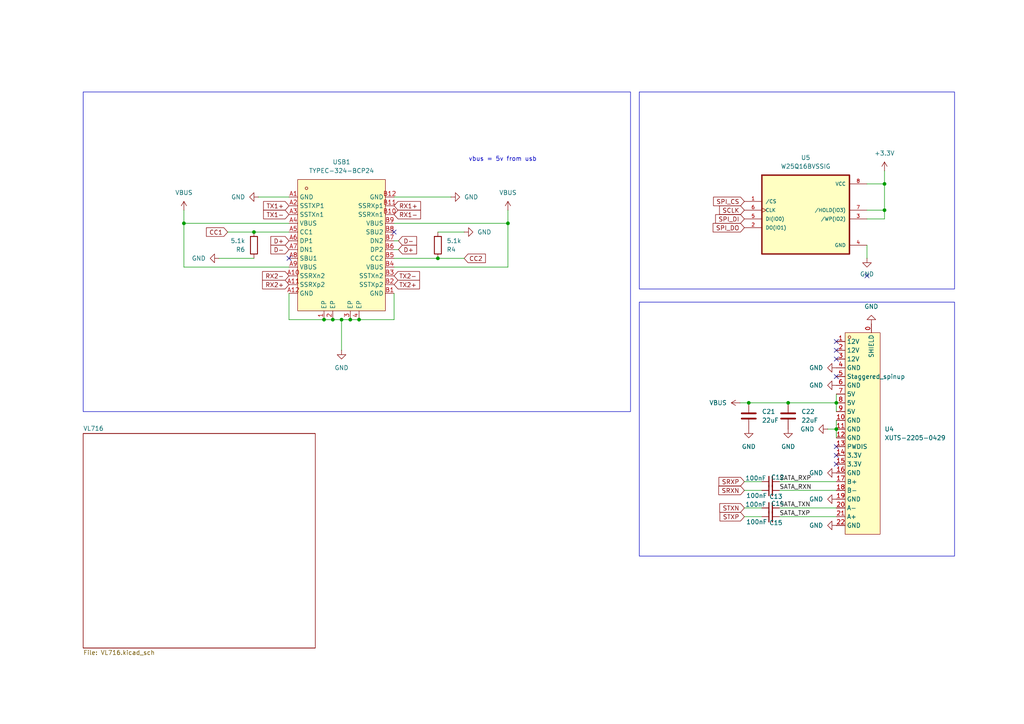
<source format=kicad_sch>
(kicad_sch
	(version 20250114)
	(generator "eeschema")
	(generator_version "9.0")
	(uuid "d16a0073-16ec-4e06-9818-25f50a2b72e0")
	(paper "A4")
	(lib_symbols
		(symbol "Device:C"
			(pin_numbers
				(hide yes)
			)
			(pin_names
				(offset 0.254)
			)
			(exclude_from_sim no)
			(in_bom yes)
			(on_board yes)
			(property "Reference" "C"
				(at 0.635 2.54 0)
				(effects
					(font
						(size 1.27 1.27)
					)
					(justify left)
				)
			)
			(property "Value" "C"
				(at 0.635 -2.54 0)
				(effects
					(font
						(size 1.27 1.27)
					)
					(justify left)
				)
			)
			(property "Footprint" ""
				(at 0.9652 -3.81 0)
				(effects
					(font
						(size 1.27 1.27)
					)
					(hide yes)
				)
			)
			(property "Datasheet" "~"
				(at 0 0 0)
				(effects
					(font
						(size 1.27 1.27)
					)
					(hide yes)
				)
			)
			(property "Description" "Unpolarized capacitor"
				(at 0 0 0)
				(effects
					(font
						(size 1.27 1.27)
					)
					(hide yes)
				)
			)
			(property "ki_keywords" "cap capacitor"
				(at 0 0 0)
				(effects
					(font
						(size 1.27 1.27)
					)
					(hide yes)
				)
			)
			(property "ki_fp_filters" "C_*"
				(at 0 0 0)
				(effects
					(font
						(size 1.27 1.27)
					)
					(hide yes)
				)
			)
			(symbol "C_0_1"
				(polyline
					(pts
						(xy -2.032 0.762) (xy 2.032 0.762)
					)
					(stroke
						(width 0.508)
						(type default)
					)
					(fill
						(type none)
					)
				)
				(polyline
					(pts
						(xy -2.032 -0.762) (xy 2.032 -0.762)
					)
					(stroke
						(width 0.508)
						(type default)
					)
					(fill
						(type none)
					)
				)
			)
			(symbol "C_1_1"
				(pin passive line
					(at 0 3.81 270)
					(length 2.794)
					(name "~"
						(effects
							(font
								(size 1.27 1.27)
							)
						)
					)
					(number "1"
						(effects
							(font
								(size 1.27 1.27)
							)
						)
					)
				)
				(pin passive line
					(at 0 -3.81 90)
					(length 2.794)
					(name "~"
						(effects
							(font
								(size 1.27 1.27)
							)
						)
					)
					(number "2"
						(effects
							(font
								(size 1.27 1.27)
							)
						)
					)
				)
			)
			(embedded_fonts no)
		)
		(symbol "Device:C_Small"
			(pin_numbers
				(hide yes)
			)
			(pin_names
				(offset 0.254)
				(hide yes)
			)
			(exclude_from_sim no)
			(in_bom yes)
			(on_board yes)
			(property "Reference" "C"
				(at 0.254 1.778 0)
				(effects
					(font
						(size 1.27 1.27)
					)
					(justify left)
				)
			)
			(property "Value" "C_Small"
				(at 0.254 -2.032 0)
				(effects
					(font
						(size 1.27 1.27)
					)
					(justify left)
				)
			)
			(property "Footprint" ""
				(at 0 0 0)
				(effects
					(font
						(size 1.27 1.27)
					)
					(hide yes)
				)
			)
			(property "Datasheet" "~"
				(at 0 0 0)
				(effects
					(font
						(size 1.27 1.27)
					)
					(hide yes)
				)
			)
			(property "Description" "Unpolarized capacitor, small symbol"
				(at 0 0 0)
				(effects
					(font
						(size 1.27 1.27)
					)
					(hide yes)
				)
			)
			(property "ki_keywords" "capacitor cap"
				(at 0 0 0)
				(effects
					(font
						(size 1.27 1.27)
					)
					(hide yes)
				)
			)
			(property "ki_fp_filters" "C_*"
				(at 0 0 0)
				(effects
					(font
						(size 1.27 1.27)
					)
					(hide yes)
				)
			)
			(symbol "C_Small_0_1"
				(polyline
					(pts
						(xy -1.524 0.508) (xy 1.524 0.508)
					)
					(stroke
						(width 0.3048)
						(type default)
					)
					(fill
						(type none)
					)
				)
				(polyline
					(pts
						(xy -1.524 -0.508) (xy 1.524 -0.508)
					)
					(stroke
						(width 0.3302)
						(type default)
					)
					(fill
						(type none)
					)
				)
			)
			(symbol "C_Small_1_1"
				(pin passive line
					(at 0 2.54 270)
					(length 2.032)
					(name "~"
						(effects
							(font
								(size 1.27 1.27)
							)
						)
					)
					(number "1"
						(effects
							(font
								(size 1.27 1.27)
							)
						)
					)
				)
				(pin passive line
					(at 0 -2.54 90)
					(length 2.032)
					(name "~"
						(effects
							(font
								(size 1.27 1.27)
							)
						)
					)
					(number "2"
						(effects
							(font
								(size 1.27 1.27)
							)
						)
					)
				)
			)
			(embedded_fonts no)
		)
		(symbol "Device:R"
			(pin_numbers
				(hide yes)
			)
			(pin_names
				(offset 0)
			)
			(exclude_from_sim no)
			(in_bom yes)
			(on_board yes)
			(property "Reference" "R"
				(at 2.032 0 90)
				(effects
					(font
						(size 1.27 1.27)
					)
				)
			)
			(property "Value" "R"
				(at 0 0 90)
				(effects
					(font
						(size 1.27 1.27)
					)
				)
			)
			(property "Footprint" ""
				(at -1.778 0 90)
				(effects
					(font
						(size 1.27 1.27)
					)
					(hide yes)
				)
			)
			(property "Datasheet" "~"
				(at 0 0 0)
				(effects
					(font
						(size 1.27 1.27)
					)
					(hide yes)
				)
			)
			(property "Description" "Resistor"
				(at 0 0 0)
				(effects
					(font
						(size 1.27 1.27)
					)
					(hide yes)
				)
			)
			(property "ki_keywords" "R res resistor"
				(at 0 0 0)
				(effects
					(font
						(size 1.27 1.27)
					)
					(hide yes)
				)
			)
			(property "ki_fp_filters" "R_*"
				(at 0 0 0)
				(effects
					(font
						(size 1.27 1.27)
					)
					(hide yes)
				)
			)
			(symbol "R_0_1"
				(rectangle
					(start -1.016 -2.54)
					(end 1.016 2.54)
					(stroke
						(width 0.254)
						(type default)
					)
					(fill
						(type none)
					)
				)
			)
			(symbol "R_1_1"
				(pin passive line
					(at 0 3.81 270)
					(length 1.27)
					(name "~"
						(effects
							(font
								(size 1.27 1.27)
							)
						)
					)
					(number "1"
						(effects
							(font
								(size 1.27 1.27)
							)
						)
					)
				)
				(pin passive line
					(at 0 -3.81 90)
					(length 1.27)
					(name "~"
						(effects
							(font
								(size 1.27 1.27)
							)
						)
					)
					(number "2"
						(effects
							(font
								(size 1.27 1.27)
							)
						)
					)
				)
			)
			(embedded_fonts no)
		)
		(symbol "W25Q16BV:W25Q16BVSSIG"
			(pin_names
				(offset 1.016)
			)
			(exclude_from_sim no)
			(in_bom yes)
			(on_board yes)
			(property "Reference" "U"
				(at -12.722 13.7233 0)
				(effects
					(font
						(size 1.27 1.27)
					)
					(justify left bottom)
				)
			)
			(property "Value" "W25Q16BVSSIG"
				(at -12.7397 -14.208 0)
				(effects
					(font
						(size 1.27 1.27)
					)
					(justify left bottom)
				)
			)
			(property "Footprint" "W25Q16BVSSIG:SOIC127P790X216-8N"
				(at 0 0 0)
				(effects
					(font
						(size 1.27 1.27)
					)
					(justify bottom)
					(hide yes)
				)
			)
			(property "Datasheet" ""
				(at 0 0 0)
				(effects
					(font
						(size 1.27 1.27)
					)
					(hide yes)
				)
			)
			(property "Description" ""
				(at 0 0 0)
				(effects
					(font
						(size 1.27 1.27)
					)
					(hide yes)
				)
			)
			(property "MF" "Winbond"
				(at 0 0 0)
				(effects
					(font
						(size 1.27 1.27)
					)
					(justify bottom)
					(hide yes)
				)
			)
			(property "Description_1" "\n                        \n                            FLASH - NOR Memory IC 16Mb (2M x 8) SPI - Quad I/O 104 MHz 8-SOIC\n                        \n"
				(at 0 0 0)
				(effects
					(font
						(size 1.27 1.27)
					)
					(justify bottom)
					(hide yes)
				)
			)
			(property "Package" "SOIC-8 Winbond"
				(at 0 0 0)
				(effects
					(font
						(size 1.27 1.27)
					)
					(justify bottom)
					(hide yes)
				)
			)
			(property "Price" "None"
				(at 0 0 0)
				(effects
					(font
						(size 1.27 1.27)
					)
					(justify bottom)
					(hide yes)
				)
			)
			(property "STANDARD" "IPC-7351B"
				(at 0 0 0)
				(effects
					(font
						(size 1.27 1.27)
					)
					(justify bottom)
					(hide yes)
				)
			)
			(property "PARTREV" "F"
				(at 0 0 0)
				(effects
					(font
						(size 1.27 1.27)
					)
					(justify bottom)
					(hide yes)
				)
			)
			(property "SnapEDA_Link" "https://www.snapeda.com/parts/W25Q16BVSSIG/Winbond/view-part/?ref=snap"
				(at 0 0 0)
				(effects
					(font
						(size 1.27 1.27)
					)
					(justify bottom)
					(hide yes)
				)
			)
			(property "MP" "W25Q16BVSSIG"
				(at 0 0 0)
				(effects
					(font
						(size 1.27 1.27)
					)
					(justify bottom)
					(hide yes)
				)
			)
			(property "Availability" "In Stock"
				(at 0 0 0)
				(effects
					(font
						(size 1.27 1.27)
					)
					(justify bottom)
					(hide yes)
				)
			)
			(property "Check_prices" "https://www.snapeda.com/parts/W25Q16BVSSIG/Winbond/view-part/?ref=eda"
				(at 0 0 0)
				(effects
					(font
						(size 1.27 1.27)
					)
					(justify bottom)
					(hide yes)
				)
			)
			(symbol "W25Q16BVSSIG_0_0"
				(rectangle
					(start -12.7 -10.16)
					(end 12.7 12.7)
					(stroke
						(width 0.41)
						(type default)
					)
					(fill
						(type background)
					)
				)
				(pin input line
					(at -17.78 5.08 0)
					(length 5.08)
					(name "/CS"
						(effects
							(font
								(size 1.016 1.016)
							)
						)
					)
					(number "1"
						(effects
							(font
								(size 1.016 1.016)
							)
						)
					)
				)
				(pin input clock
					(at -17.78 2.54 0)
					(length 5.08)
					(name "CLK"
						(effects
							(font
								(size 1.016 1.016)
							)
						)
					)
					(number "6"
						(effects
							(font
								(size 1.016 1.016)
							)
						)
					)
				)
				(pin bidirectional line
					(at -17.78 0 0)
					(length 5.08)
					(name "DI(IO0)"
						(effects
							(font
								(size 1.016 1.016)
							)
						)
					)
					(number "5"
						(effects
							(font
								(size 1.016 1.016)
							)
						)
					)
				)
				(pin bidirectional line
					(at -17.78 -2.54 0)
					(length 5.08)
					(name "DO(IO1)"
						(effects
							(font
								(size 1.016 1.016)
							)
						)
					)
					(number "2"
						(effects
							(font
								(size 1.016 1.016)
							)
						)
					)
				)
				(pin power_in line
					(at 17.78 10.16 180)
					(length 5.08)
					(name "VCC"
						(effects
							(font
								(size 1.016 1.016)
							)
						)
					)
					(number "8"
						(effects
							(font
								(size 1.016 1.016)
							)
						)
					)
				)
				(pin bidirectional line
					(at 17.78 2.54 180)
					(length 5.08)
					(name "/HOLD(IO3)"
						(effects
							(font
								(size 1.016 1.016)
							)
						)
					)
					(number "7"
						(effects
							(font
								(size 1.016 1.016)
							)
						)
					)
				)
				(pin bidirectional line
					(at 17.78 0 180)
					(length 5.08)
					(name "/WP(IO2)"
						(effects
							(font
								(size 1.016 1.016)
							)
						)
					)
					(number "3"
						(effects
							(font
								(size 1.016 1.016)
							)
						)
					)
				)
				(pin power_in line
					(at 17.78 -7.62 180)
					(length 5.08)
					(name "GND"
						(effects
							(font
								(size 1.016 1.016)
							)
						)
					)
					(number "4"
						(effects
							(font
								(size 1.016 1.016)
							)
						)
					)
				)
			)
			(embedded_fonts no)
		)
		(symbol "da:TYPEC-324-BCP24"
			(exclude_from_sim no)
			(in_bom yes)
			(on_board yes)
			(property "Reference" "USB"
				(at 0 20.32 0)
				(effects
					(font
						(size 1.27 1.27)
					)
				)
			)
			(property "Value" "TYPEC-324-BCP24"
				(at 0 -25.4 0)
				(effects
					(font
						(size 1.27 1.27)
					)
				)
			)
			(property "Footprint" "easyeda2kicad:USB-C-SMD_TYPEC-324-BCP24"
				(at 0 -27.94 0)
				(effects
					(font
						(size 1.27 1.27)
					)
					(hide yes)
				)
			)
			(property "Datasheet" ""
				(at 0 0 0)
				(effects
					(font
						(size 1.27 1.27)
					)
					(hide yes)
				)
			)
			(property "Description" ""
				(at 0 0 0)
				(effects
					(font
						(size 1.27 1.27)
					)
					(hide yes)
				)
			)
			(property "LCSC Part" "C2835314"
				(at 0 -30.48 0)
				(effects
					(font
						(size 1.27 1.27)
					)
					(hide yes)
				)
			)
			(symbol "TYPEC-324-BCP24_0_1"
				(rectangle
					(start -12.7 20.32)
					(end 12.7 -17.78)
					(stroke
						(width 0)
						(type default)
					)
					(fill
						(type background)
					)
				)
				(circle
					(center -10.16 17.78)
					(radius 0.38)
					(stroke
						(width 0)
						(type default)
					)
					(fill
						(type none)
					)
				)
				(pin unspecified line
					(at -15.24 15.24 0)
					(length 2.54)
					(name "GND"
						(effects
							(font
								(size 1.27 1.27)
							)
						)
					)
					(number "A1"
						(effects
							(font
								(size 1.27 1.27)
							)
						)
					)
				)
				(pin unspecified line
					(at -15.24 12.7 0)
					(length 2.54)
					(name "SSTXP1"
						(effects
							(font
								(size 1.27 1.27)
							)
						)
					)
					(number "A2"
						(effects
							(font
								(size 1.27 1.27)
							)
						)
					)
				)
				(pin unspecified line
					(at -15.24 10.16 0)
					(length 2.54)
					(name "SSTXn1"
						(effects
							(font
								(size 1.27 1.27)
							)
						)
					)
					(number "A3"
						(effects
							(font
								(size 1.27 1.27)
							)
						)
					)
				)
				(pin unspecified line
					(at -15.24 7.62 0)
					(length 2.54)
					(name "VBUS"
						(effects
							(font
								(size 1.27 1.27)
							)
						)
					)
					(number "A4"
						(effects
							(font
								(size 1.27 1.27)
							)
						)
					)
				)
				(pin unspecified line
					(at -15.24 5.08 0)
					(length 2.54)
					(name "CC1"
						(effects
							(font
								(size 1.27 1.27)
							)
						)
					)
					(number "A5"
						(effects
							(font
								(size 1.27 1.27)
							)
						)
					)
				)
				(pin unspecified line
					(at -15.24 2.54 0)
					(length 2.54)
					(name "DP1"
						(effects
							(font
								(size 1.27 1.27)
							)
						)
					)
					(number "A6"
						(effects
							(font
								(size 1.27 1.27)
							)
						)
					)
				)
				(pin unspecified line
					(at -15.24 0 0)
					(length 2.54)
					(name "DN1"
						(effects
							(font
								(size 1.27 1.27)
							)
						)
					)
					(number "A7"
						(effects
							(font
								(size 1.27 1.27)
							)
						)
					)
				)
				(pin unspecified line
					(at -15.24 -2.54 0)
					(length 2.54)
					(name "SBU1"
						(effects
							(font
								(size 1.27 1.27)
							)
						)
					)
					(number "A8"
						(effects
							(font
								(size 1.27 1.27)
							)
						)
					)
				)
				(pin unspecified line
					(at -15.24 -5.08 0)
					(length 2.54)
					(name "VBUS"
						(effects
							(font
								(size 1.27 1.27)
							)
						)
					)
					(number "A9"
						(effects
							(font
								(size 1.27 1.27)
							)
						)
					)
				)
				(pin unspecified line
					(at -15.24 -7.62 0)
					(length 2.54)
					(name "SSRXn2"
						(effects
							(font
								(size 1.27 1.27)
							)
						)
					)
					(number "A10"
						(effects
							(font
								(size 1.27 1.27)
							)
						)
					)
				)
				(pin unspecified line
					(at -15.24 -10.16 0)
					(length 2.54)
					(name "SSRXp2"
						(effects
							(font
								(size 1.27 1.27)
							)
						)
					)
					(number "A11"
						(effects
							(font
								(size 1.27 1.27)
							)
						)
					)
				)
				(pin unspecified line
					(at -15.24 -12.7 0)
					(length 2.54)
					(name "GND"
						(effects
							(font
								(size 1.27 1.27)
							)
						)
					)
					(number "A12"
						(effects
							(font
								(size 1.27 1.27)
							)
						)
					)
				)
				(pin unspecified line
					(at -5.08 -20.32 90)
					(length 2.54)
					(name "EP"
						(effects
							(font
								(size 1.27 1.27)
							)
						)
					)
					(number "1"
						(effects
							(font
								(size 1.27 1.27)
							)
						)
					)
				)
				(pin unspecified line
					(at -2.54 -20.32 90)
					(length 2.54)
					(name "EP"
						(effects
							(font
								(size 1.27 1.27)
							)
						)
					)
					(number "2"
						(effects
							(font
								(size 1.27 1.27)
							)
						)
					)
				)
				(pin unspecified line
					(at 2.54 -20.32 90)
					(length 2.54)
					(name "EP"
						(effects
							(font
								(size 1.27 1.27)
							)
						)
					)
					(number "3"
						(effects
							(font
								(size 1.27 1.27)
							)
						)
					)
				)
				(pin unspecified line
					(at 5.08 -20.32 90)
					(length 2.54)
					(name "EP"
						(effects
							(font
								(size 1.27 1.27)
							)
						)
					)
					(number "4"
						(effects
							(font
								(size 1.27 1.27)
							)
						)
					)
				)
				(pin unspecified line
					(at 15.24 15.24 180)
					(length 2.54)
					(name "GND"
						(effects
							(font
								(size 1.27 1.27)
							)
						)
					)
					(number "B12"
						(effects
							(font
								(size 1.27 1.27)
							)
						)
					)
				)
				(pin unspecified line
					(at 15.24 12.7 180)
					(length 2.54)
					(name "SSRXp1"
						(effects
							(font
								(size 1.27 1.27)
							)
						)
					)
					(number "B11"
						(effects
							(font
								(size 1.27 1.27)
							)
						)
					)
				)
				(pin unspecified line
					(at 15.24 10.16 180)
					(length 2.54)
					(name "SSRXn1"
						(effects
							(font
								(size 1.27 1.27)
							)
						)
					)
					(number "B10"
						(effects
							(font
								(size 1.27 1.27)
							)
						)
					)
				)
				(pin unspecified line
					(at 15.24 7.62 180)
					(length 2.54)
					(name "VBUS"
						(effects
							(font
								(size 1.27 1.27)
							)
						)
					)
					(number "B9"
						(effects
							(font
								(size 1.27 1.27)
							)
						)
					)
				)
				(pin unspecified line
					(at 15.24 5.08 180)
					(length 2.54)
					(name "SBU2"
						(effects
							(font
								(size 1.27 1.27)
							)
						)
					)
					(number "B8"
						(effects
							(font
								(size 1.27 1.27)
							)
						)
					)
				)
				(pin unspecified line
					(at 15.24 2.54 180)
					(length 2.54)
					(name "DN2"
						(effects
							(font
								(size 1.27 1.27)
							)
						)
					)
					(number "B7"
						(effects
							(font
								(size 1.27 1.27)
							)
						)
					)
				)
				(pin unspecified line
					(at 15.24 0 180)
					(length 2.54)
					(name "DP2"
						(effects
							(font
								(size 1.27 1.27)
							)
						)
					)
					(number "B6"
						(effects
							(font
								(size 1.27 1.27)
							)
						)
					)
				)
				(pin unspecified line
					(at 15.24 -2.54 180)
					(length 2.54)
					(name "CC2"
						(effects
							(font
								(size 1.27 1.27)
							)
						)
					)
					(number "B5"
						(effects
							(font
								(size 1.27 1.27)
							)
						)
					)
				)
				(pin unspecified line
					(at 15.24 -5.08 180)
					(length 2.54)
					(name "VBUS"
						(effects
							(font
								(size 1.27 1.27)
							)
						)
					)
					(number "B4"
						(effects
							(font
								(size 1.27 1.27)
							)
						)
					)
				)
				(pin unspecified line
					(at 15.24 -7.62 180)
					(length 2.54)
					(name "SSTXn2"
						(effects
							(font
								(size 1.27 1.27)
							)
						)
					)
					(number "B3"
						(effects
							(font
								(size 1.27 1.27)
							)
						)
					)
				)
				(pin unspecified line
					(at 15.24 -10.16 180)
					(length 2.54)
					(name "SSTXp2"
						(effects
							(font
								(size 1.27 1.27)
							)
						)
					)
					(number "B2"
						(effects
							(font
								(size 1.27 1.27)
							)
						)
					)
				)
				(pin unspecified line
					(at 15.24 -12.7 180)
					(length 2.54)
					(name "GND"
						(effects
							(font
								(size 1.27 1.27)
							)
						)
					)
					(number "B1"
						(effects
							(font
								(size 1.27 1.27)
							)
						)
					)
				)
			)
			(embedded_fonts no)
		)
		(symbol "da:XUTS-2205-0429"
			(exclude_from_sim no)
			(in_bom yes)
			(on_board yes)
			(property "Reference" "U"
				(at 0 38.1 0)
				(effects
					(font
						(size 1.27 1.27)
					)
				)
			)
			(property "Value" "XUTS-2205-0429"
				(at 0 -30.48 0)
				(effects
					(font
						(size 1.27 1.27)
					)
				)
			)
			(property "Footprint" "easyeda2kicad:CONN-SMD_UTS-2205-0429"
				(at 0 -33.02 0)
				(effects
					(font
						(size 1.27 1.27)
					)
					(hide yes)
				)
			)
			(property "Datasheet" ""
				(at 0 0 0)
				(effects
					(font
						(size 1.27 1.27)
					)
					(hide yes)
				)
			)
			(property "Description" ""
				(at 0 0 0)
				(effects
					(font
						(size 1.27 1.27)
					)
					(hide yes)
				)
			)
			(property "LCSC Part" "C7527511"
				(at 0 -35.56 0)
				(effects
					(font
						(size 1.27 1.27)
					)
					(hide yes)
				)
			)
			(symbol "XUTS-2205-0429_0_1"
				(rectangle
					(start -2.54 30.48)
					(end 7.62 -27.94)
					(stroke
						(width 0)
						(type default)
					)
					(fill
						(type background)
					)
				)
				(circle
					(center -1.27 29.21)
					(radius 0.38)
					(stroke
						(width 0)
						(type default)
					)
					(fill
						(type none)
					)
				)
			)
			(symbol "XUTS-2205-0429_1_1"
				(pin unspecified line
					(at -5.08 27.94 0)
					(length 2.54)
					(name "12V"
						(effects
							(font
								(size 1.27 1.27)
							)
						)
					)
					(number "1"
						(effects
							(font
								(size 1.27 1.27)
							)
						)
					)
				)
				(pin unspecified line
					(at -5.08 25.4 0)
					(length 2.54)
					(name "12V"
						(effects
							(font
								(size 1.27 1.27)
							)
						)
					)
					(number "2"
						(effects
							(font
								(size 1.27 1.27)
							)
						)
					)
				)
				(pin unspecified line
					(at -5.08 22.86 0)
					(length 2.54)
					(name "12V"
						(effects
							(font
								(size 1.27 1.27)
							)
						)
					)
					(number "3"
						(effects
							(font
								(size 1.27 1.27)
							)
						)
					)
				)
				(pin unspecified line
					(at -5.08 20.32 0)
					(length 2.54)
					(name "GND"
						(effects
							(font
								(size 1.27 1.27)
							)
						)
					)
					(number "4"
						(effects
							(font
								(size 1.27 1.27)
							)
						)
					)
				)
				(pin unspecified line
					(at -5.08 17.78 0)
					(length 2.54)
					(name "Staggered_spinup"
						(effects
							(font
								(size 1.27 1.27)
							)
						)
					)
					(number "5"
						(effects
							(font
								(size 1.27 1.27)
							)
						)
					)
				)
				(pin unspecified line
					(at -5.08 15.24 0)
					(length 2.54)
					(name "GND"
						(effects
							(font
								(size 1.27 1.27)
							)
						)
					)
					(number "6"
						(effects
							(font
								(size 1.27 1.27)
							)
						)
					)
				)
				(pin unspecified line
					(at -5.08 12.7 0)
					(length 2.54)
					(name "5V"
						(effects
							(font
								(size 1.27 1.27)
							)
						)
					)
					(number "7"
						(effects
							(font
								(size 1.27 1.27)
							)
						)
					)
				)
				(pin unspecified line
					(at -5.08 10.16 0)
					(length 2.54)
					(name "5V"
						(effects
							(font
								(size 1.27 1.27)
							)
						)
					)
					(number "8"
						(effects
							(font
								(size 1.27 1.27)
							)
						)
					)
				)
				(pin unspecified line
					(at -5.08 7.62 0)
					(length 2.54)
					(name "5V"
						(effects
							(font
								(size 1.27 1.27)
							)
						)
					)
					(number "9"
						(effects
							(font
								(size 1.27 1.27)
							)
						)
					)
				)
				(pin unspecified line
					(at -5.08 5.08 0)
					(length 2.54)
					(name "GND"
						(effects
							(font
								(size 1.27 1.27)
							)
						)
					)
					(number "10"
						(effects
							(font
								(size 1.27 1.27)
							)
						)
					)
				)
				(pin unspecified line
					(at -5.08 2.54 0)
					(length 2.54)
					(name "GND"
						(effects
							(font
								(size 1.27 1.27)
							)
						)
					)
					(number "11"
						(effects
							(font
								(size 1.27 1.27)
							)
						)
					)
				)
				(pin unspecified line
					(at -5.08 0 0)
					(length 2.54)
					(name "GND"
						(effects
							(font
								(size 1.27 1.27)
							)
						)
					)
					(number "12"
						(effects
							(font
								(size 1.27 1.27)
							)
						)
					)
				)
				(pin unspecified line
					(at -5.08 -2.54 0)
					(length 2.54)
					(name "PWDIS"
						(effects
							(font
								(size 1.27 1.27)
							)
						)
					)
					(number "13"
						(effects
							(font
								(size 1.27 1.27)
							)
						)
					)
				)
				(pin unspecified line
					(at -5.08 -5.08 0)
					(length 2.54)
					(name "3.3V"
						(effects
							(font
								(size 1.27 1.27)
							)
						)
					)
					(number "14"
						(effects
							(font
								(size 1.27 1.27)
							)
						)
					)
				)
				(pin unspecified line
					(at -5.08 -7.62 0)
					(length 2.54)
					(name "3.3V"
						(effects
							(font
								(size 1.27 1.27)
							)
						)
					)
					(number "15"
						(effects
							(font
								(size 1.27 1.27)
							)
						)
					)
				)
				(pin unspecified line
					(at -5.08 -10.16 0)
					(length 2.54)
					(name "GND"
						(effects
							(font
								(size 1.27 1.27)
							)
						)
					)
					(number "16"
						(effects
							(font
								(size 1.27 1.27)
							)
						)
					)
				)
				(pin unspecified line
					(at -5.08 -12.7 0)
					(length 2.54)
					(name "B+"
						(effects
							(font
								(size 1.27 1.27)
							)
						)
					)
					(number "17"
						(effects
							(font
								(size 1.27 1.27)
							)
						)
					)
				)
				(pin unspecified line
					(at -5.08 -15.24 0)
					(length 2.54)
					(name "B-"
						(effects
							(font
								(size 1.27 1.27)
							)
						)
					)
					(number "18"
						(effects
							(font
								(size 1.27 1.27)
							)
						)
					)
				)
				(pin unspecified line
					(at -5.08 -17.78 0)
					(length 2.54)
					(name "GND"
						(effects
							(font
								(size 1.27 1.27)
							)
						)
					)
					(number "19"
						(effects
							(font
								(size 1.27 1.27)
							)
						)
					)
				)
				(pin unspecified line
					(at -5.08 -20.32 0)
					(length 2.54)
					(name "A-"
						(effects
							(font
								(size 1.27 1.27)
							)
						)
					)
					(number "20"
						(effects
							(font
								(size 1.27 1.27)
							)
						)
					)
				)
				(pin unspecified line
					(at -5.08 -22.86 0)
					(length 2.54)
					(name "A+"
						(effects
							(font
								(size 1.27 1.27)
							)
						)
					)
					(number "21"
						(effects
							(font
								(size 1.27 1.27)
							)
						)
					)
				)
				(pin unspecified line
					(at -5.08 -25.4 0)
					(length 2.54)
					(name "GND"
						(effects
							(font
								(size 1.27 1.27)
							)
						)
					)
					(number "22"
						(effects
							(font
								(size 1.27 1.27)
							)
						)
					)
				)
				(pin passive line
					(at 5.08 33.02 270)
					(length 2.54)
					(name "SHIELD"
						(effects
							(font
								(size 1.27 1.27)
							)
						)
					)
					(number "0"
						(effects
							(font
								(size 1.27 1.27)
							)
						)
					)
				)
			)
			(embedded_fonts no)
		)
		(symbol "power:+3.3V"
			(power)
			(pin_numbers
				(hide yes)
			)
			(pin_names
				(offset 0)
				(hide yes)
			)
			(exclude_from_sim no)
			(in_bom yes)
			(on_board yes)
			(property "Reference" "#PWR"
				(at 0 -3.81 0)
				(effects
					(font
						(size 1.27 1.27)
					)
					(hide yes)
				)
			)
			(property "Value" "+3.3V"
				(at 0 3.556 0)
				(effects
					(font
						(size 1.27 1.27)
					)
				)
			)
			(property "Footprint" ""
				(at 0 0 0)
				(effects
					(font
						(size 1.27 1.27)
					)
					(hide yes)
				)
			)
			(property "Datasheet" ""
				(at 0 0 0)
				(effects
					(font
						(size 1.27 1.27)
					)
					(hide yes)
				)
			)
			(property "Description" "Power symbol creates a global label with name \"+3.3V\""
				(at 0 0 0)
				(effects
					(font
						(size 1.27 1.27)
					)
					(hide yes)
				)
			)
			(property "ki_keywords" "global power"
				(at 0 0 0)
				(effects
					(font
						(size 1.27 1.27)
					)
					(hide yes)
				)
			)
			(symbol "+3.3V_0_1"
				(polyline
					(pts
						(xy -0.762 1.27) (xy 0 2.54)
					)
					(stroke
						(width 0)
						(type default)
					)
					(fill
						(type none)
					)
				)
				(polyline
					(pts
						(xy 0 2.54) (xy 0.762 1.27)
					)
					(stroke
						(width 0)
						(type default)
					)
					(fill
						(type none)
					)
				)
				(polyline
					(pts
						(xy 0 0) (xy 0 2.54)
					)
					(stroke
						(width 0)
						(type default)
					)
					(fill
						(type none)
					)
				)
			)
			(symbol "+3.3V_1_1"
				(pin power_in line
					(at 0 0 90)
					(length 0)
					(name "~"
						(effects
							(font
								(size 1.27 1.27)
							)
						)
					)
					(number "1"
						(effects
							(font
								(size 1.27 1.27)
							)
						)
					)
				)
			)
			(embedded_fonts no)
		)
		(symbol "power:GND"
			(power)
			(pin_numbers
				(hide yes)
			)
			(pin_names
				(offset 0)
				(hide yes)
			)
			(exclude_from_sim no)
			(in_bom yes)
			(on_board yes)
			(property "Reference" "#PWR"
				(at 0 -6.35 0)
				(effects
					(font
						(size 1.27 1.27)
					)
					(hide yes)
				)
			)
			(property "Value" "GND"
				(at 0 -3.81 0)
				(effects
					(font
						(size 1.27 1.27)
					)
				)
			)
			(property "Footprint" ""
				(at 0 0 0)
				(effects
					(font
						(size 1.27 1.27)
					)
					(hide yes)
				)
			)
			(property "Datasheet" ""
				(at 0 0 0)
				(effects
					(font
						(size 1.27 1.27)
					)
					(hide yes)
				)
			)
			(property "Description" "Power symbol creates a global label with name \"GND\" , ground"
				(at 0 0 0)
				(effects
					(font
						(size 1.27 1.27)
					)
					(hide yes)
				)
			)
			(property "ki_keywords" "global power"
				(at 0 0 0)
				(effects
					(font
						(size 1.27 1.27)
					)
					(hide yes)
				)
			)
			(symbol "GND_0_1"
				(polyline
					(pts
						(xy 0 0) (xy 0 -1.27) (xy 1.27 -1.27) (xy 0 -2.54) (xy -1.27 -1.27) (xy 0 -1.27)
					)
					(stroke
						(width 0)
						(type default)
					)
					(fill
						(type none)
					)
				)
			)
			(symbol "GND_1_1"
				(pin power_in line
					(at 0 0 270)
					(length 0)
					(name "~"
						(effects
							(font
								(size 1.27 1.27)
							)
						)
					)
					(number "1"
						(effects
							(font
								(size 1.27 1.27)
							)
						)
					)
				)
			)
			(embedded_fonts no)
		)
		(symbol "power:VBUS"
			(power)
			(pin_numbers
				(hide yes)
			)
			(pin_names
				(offset 0)
				(hide yes)
			)
			(exclude_from_sim no)
			(in_bom yes)
			(on_board yes)
			(property "Reference" "#PWR"
				(at 0 -3.81 0)
				(effects
					(font
						(size 1.27 1.27)
					)
					(hide yes)
				)
			)
			(property "Value" "VBUS"
				(at 0 3.556 0)
				(effects
					(font
						(size 1.27 1.27)
					)
				)
			)
			(property "Footprint" ""
				(at 0 0 0)
				(effects
					(font
						(size 1.27 1.27)
					)
					(hide yes)
				)
			)
			(property "Datasheet" ""
				(at 0 0 0)
				(effects
					(font
						(size 1.27 1.27)
					)
					(hide yes)
				)
			)
			(property "Description" "Power symbol creates a global label with name \"VBUS\""
				(at 0 0 0)
				(effects
					(font
						(size 1.27 1.27)
					)
					(hide yes)
				)
			)
			(property "ki_keywords" "global power"
				(at 0 0 0)
				(effects
					(font
						(size 1.27 1.27)
					)
					(hide yes)
				)
			)
			(symbol "VBUS_0_1"
				(polyline
					(pts
						(xy -0.762 1.27) (xy 0 2.54)
					)
					(stroke
						(width 0)
						(type default)
					)
					(fill
						(type none)
					)
				)
				(polyline
					(pts
						(xy 0 2.54) (xy 0.762 1.27)
					)
					(stroke
						(width 0)
						(type default)
					)
					(fill
						(type none)
					)
				)
				(polyline
					(pts
						(xy 0 0) (xy 0 2.54)
					)
					(stroke
						(width 0)
						(type default)
					)
					(fill
						(type none)
					)
				)
			)
			(symbol "VBUS_1_1"
				(pin power_in line
					(at 0 0 90)
					(length 0)
					(name "~"
						(effects
							(font
								(size 1.27 1.27)
							)
						)
					)
					(number "1"
						(effects
							(font
								(size 1.27 1.27)
							)
						)
					)
				)
			)
			(embedded_fonts no)
		)
	)
	(rectangle
		(start 24.13 26.67)
		(end 182.88 119.38)
		(stroke
			(width 0)
			(type default)
		)
		(fill
			(type none)
		)
		(uuid 0261501f-bf6f-4142-b74a-bf91fc2ad162)
	)
	(rectangle
		(start 185.42 26.67)
		(end 276.86 83.82)
		(stroke
			(width 0)
			(type default)
		)
		(fill
			(type none)
		)
		(uuid 2979ec9d-7a8d-4c97-92c6-efb945a778d3)
	)
	(rectangle
		(start 185.42 87.63)
		(end 276.86 161.29)
		(stroke
			(width 0)
			(type default)
		)
		(fill
			(type none)
		)
		(uuid 53631521-ce41-424e-8fb1-e6648bd9be09)
	)
	(text "vbus = 5v from usb\n"
		(exclude_from_sim no)
		(at 145.796 46.228 0)
		(effects
			(font
				(size 1.27 1.27)
			)
		)
		(uuid "b798b7fd-6821-4879-ac40-bd5e7411e959")
	)
	(junction
		(at 256.54 60.96)
		(diameter 0)
		(color 0 0 0 0)
		(uuid "1b733bf3-869c-46d2-b4e3-8debaee1b2f4")
	)
	(junction
		(at 101.6 92.71)
		(diameter 0)
		(color 0 0 0 0)
		(uuid "3b1a8219-8e4c-4113-b164-3641b57b3a6d")
	)
	(junction
		(at 93.98 92.71)
		(diameter 0)
		(color 0 0 0 0)
		(uuid "3db99da8-a051-4be6-89c3-a6d897ccb04d")
	)
	(junction
		(at 53.34 64.77)
		(diameter 0)
		(color 0 0 0 0)
		(uuid "3e7044af-84b6-4edd-8129-0ae100217573")
	)
	(junction
		(at 217.17 116.84)
		(diameter 0)
		(color 0 0 0 0)
		(uuid "50325ef5-0353-46e4-b09f-dc424d5b1653")
	)
	(junction
		(at 96.52 92.71)
		(diameter 0)
		(color 0 0 0 0)
		(uuid "52f135a9-2dd2-4c88-9d2b-f33f46d3c969")
	)
	(junction
		(at 256.54 53.34)
		(diameter 0)
		(color 0 0 0 0)
		(uuid "5c6fb583-e47a-4aae-9318-44b71e4799a7")
	)
	(junction
		(at 147.32 64.77)
		(diameter 0)
		(color 0 0 0 0)
		(uuid "5d076bd7-dda3-4bf1-ae39-e4a7dd772f7c")
	)
	(junction
		(at 73.66 67.31)
		(diameter 0)
		(color 0 0 0 0)
		(uuid "5d677cd4-eaa4-4f75-96a4-9e52d6d548d5")
	)
	(junction
		(at 242.57 116.84)
		(diameter 0)
		(color 0 0 0 0)
		(uuid "7f73b24c-5e56-43c3-9d6f-048ffcdb499c")
	)
	(junction
		(at 104.14 92.71)
		(diameter 0)
		(color 0 0 0 0)
		(uuid "c707c828-f454-435b-8bc4-f9d27f2ae8c5")
	)
	(junction
		(at 99.06 92.71)
		(diameter 0)
		(color 0 0 0 0)
		(uuid "d9aadfe9-34f9-4990-a069-e179a810d02e")
	)
	(junction
		(at 127 74.93)
		(diameter 0)
		(color 0 0 0 0)
		(uuid "dd59e66d-e576-431d-854c-93ce36050705")
	)
	(junction
		(at 242.57 124.46)
		(diameter 0)
		(color 0 0 0 0)
		(uuid "e31496e3-f798-4927-ba81-a36c44a8cc06")
	)
	(junction
		(at 228.6 116.84)
		(diameter 0)
		(color 0 0 0 0)
		(uuid "ec1a96c0-fbd5-4602-b582-5b16ca6a6a80")
	)
	(no_connect
		(at 242.57 129.54)
		(uuid "27d058c2-cd3c-4001-af54-89099258a891")
	)
	(no_connect
		(at 114.3 67.31)
		(uuid "394cb472-012a-45f0-83bc-ad39b88a7b07")
	)
	(no_connect
		(at 251.46 80.01)
		(uuid "402d198e-2978-4480-80a7-553d73891afc")
	)
	(no_connect
		(at 83.82 74.93)
		(uuid "6f65b7a8-a624-4115-8234-07b7c8c3b4b2")
	)
	(no_connect
		(at 242.57 101.6)
		(uuid "7ccba01e-1e49-46b4-a052-3923e39e2015")
	)
	(no_connect
		(at 242.57 134.62)
		(uuid "7f5422dc-e5ec-4f2b-bcd2-7f50023bf879")
	)
	(no_connect
		(at 242.57 99.06)
		(uuid "91c07878-a062-4ae1-b8b9-87dc51eb1d45")
	)
	(no_connect
		(at 242.57 109.22)
		(uuid "a3230ceb-67ce-4923-9dd3-f07df1c16a7d")
	)
	(no_connect
		(at 242.57 104.14)
		(uuid "f891ed3d-3caa-466e-aae9-30a0a9f500a1")
	)
	(no_connect
		(at 242.57 132.08)
		(uuid "fab14bf6-a86f-4089-a95d-2d7dad9d66f0")
	)
	(wire
		(pts
			(xy 114.3 74.93) (xy 127 74.93)
		)
		(stroke
			(width 0)
			(type default)
		)
		(uuid "0270c75a-6fb4-4a5c-b72d-ac92251e6df9")
	)
	(wire
		(pts
			(xy 114.3 64.77) (xy 147.32 64.77)
		)
		(stroke
			(width 0)
			(type default)
		)
		(uuid "0332adb7-d480-4dbb-b954-be85d8044324")
	)
	(wire
		(pts
			(xy 99.06 92.71) (xy 99.06 101.6)
		)
		(stroke
			(width 0)
			(type default)
		)
		(uuid "0cd836fd-ee8e-46f3-8abb-47b67a8da7a8")
	)
	(wire
		(pts
			(xy 114.3 69.85) (xy 115.57 69.85)
		)
		(stroke
			(width 0)
			(type default)
		)
		(uuid "13db7c6e-6592-432b-a583-0ebf515d8b79")
	)
	(wire
		(pts
			(xy 215.9 142.24) (xy 220.98 142.24)
		)
		(stroke
			(width 0)
			(type default)
		)
		(uuid "15ee047f-b352-427b-85ac-4f706452629f")
	)
	(wire
		(pts
			(xy 73.66 67.31) (xy 66.04 67.31)
		)
		(stroke
			(width 0)
			(type default)
		)
		(uuid "1c3743ed-1db0-4e94-b1e6-41f1bf96c5da")
	)
	(wire
		(pts
			(xy 93.98 92.71) (xy 96.52 92.71)
		)
		(stroke
			(width 0)
			(type default)
		)
		(uuid "1d180e01-f3f9-47c2-b03a-211d725e9acc")
	)
	(wire
		(pts
			(xy 215.9 139.7) (xy 220.98 139.7)
		)
		(stroke
			(width 0)
			(type default)
		)
		(uuid "20d5a4eb-b205-4e20-8c0e-3229174c94dd")
	)
	(wire
		(pts
			(xy 226.06 139.7) (xy 242.57 139.7)
		)
		(stroke
			(width 0)
			(type default)
		)
		(uuid "220a0e6f-3330-40d8-8c0e-3e0eb8f7a4b6")
	)
	(wire
		(pts
			(xy 147.32 77.47) (xy 147.32 64.77)
		)
		(stroke
			(width 0)
			(type default)
		)
		(uuid "24e4edc3-b788-475b-af8e-d5abf719e42f")
	)
	(wire
		(pts
			(xy 114.3 77.47) (xy 147.32 77.47)
		)
		(stroke
			(width 0)
			(type default)
		)
		(uuid "265eec06-9596-47bd-99a1-cc2babdef751")
	)
	(wire
		(pts
			(xy 147.32 60.96) (xy 147.32 64.77)
		)
		(stroke
			(width 0)
			(type default)
		)
		(uuid "2710db23-8044-47ed-8a1f-43fab7d097a9")
	)
	(wire
		(pts
			(xy 99.06 92.71) (xy 101.6 92.71)
		)
		(stroke
			(width 0)
			(type default)
		)
		(uuid "27d70533-4b48-44fa-b99c-ea80f48eafd5")
	)
	(wire
		(pts
			(xy 256.54 53.34) (xy 251.46 53.34)
		)
		(stroke
			(width 0)
			(type default)
		)
		(uuid "2f427a11-d9bc-45ab-9d97-5ea01fcd26e5")
	)
	(wire
		(pts
			(xy 228.6 116.84) (xy 242.57 116.84)
		)
		(stroke
			(width 0)
			(type default)
		)
		(uuid "2f483947-f6da-43a6-aedc-4c38bef384c2")
	)
	(wire
		(pts
			(xy 96.52 92.71) (xy 99.06 92.71)
		)
		(stroke
			(width 0)
			(type default)
		)
		(uuid "37fd1e0f-2761-462e-96ad-3dd8a3268fcf")
	)
	(wire
		(pts
			(xy 215.9 149.86) (xy 220.98 149.86)
		)
		(stroke
			(width 0)
			(type default)
		)
		(uuid "3dcc70b7-e1a8-4318-9044-4340226c3709")
	)
	(wire
		(pts
			(xy 83.82 64.77) (xy 53.34 64.77)
		)
		(stroke
			(width 0)
			(type default)
		)
		(uuid "43230bd7-7276-46ee-87c4-5a9491fa139f")
	)
	(wire
		(pts
			(xy 63.5 74.93) (xy 73.66 74.93)
		)
		(stroke
			(width 0)
			(type default)
		)
		(uuid "519b3404-9728-4a01-bd24-9dad72cfb792")
	)
	(wire
		(pts
			(xy 101.6 92.71) (xy 104.14 92.71)
		)
		(stroke
			(width 0)
			(type default)
		)
		(uuid "5ce750db-3bfd-4345-86d8-7c332dd677ec")
	)
	(wire
		(pts
			(xy 256.54 60.96) (xy 256.54 63.5)
		)
		(stroke
			(width 0)
			(type default)
		)
		(uuid "5dbea30b-4b06-4544-ad38-699c080ba1df")
	)
	(wire
		(pts
			(xy 214.63 116.84) (xy 217.17 116.84)
		)
		(stroke
			(width 0)
			(type default)
		)
		(uuid "5ebc4521-ad53-47b6-b609-9102a5ee6d08")
	)
	(wire
		(pts
			(xy 215.9 147.32) (xy 220.98 147.32)
		)
		(stroke
			(width 0)
			(type default)
		)
		(uuid "66a5c6f7-6b39-4569-a4c6-c95587f75b69")
	)
	(wire
		(pts
			(xy 134.62 67.31) (xy 127 67.31)
		)
		(stroke
			(width 0)
			(type default)
		)
		(uuid "68ca236b-1927-4793-9d88-b4b8711933a4")
	)
	(wire
		(pts
			(xy 217.17 116.84) (xy 228.6 116.84)
		)
		(stroke
			(width 0)
			(type default)
		)
		(uuid "6a37e717-49b5-4d41-a82d-3f9dfa8643dd")
	)
	(wire
		(pts
			(xy 242.57 116.84) (xy 242.57 119.38)
		)
		(stroke
			(width 0)
			(type default)
		)
		(uuid "794f737e-a481-452f-b603-9ef8a0b06718")
	)
	(wire
		(pts
			(xy 114.3 57.15) (xy 130.81 57.15)
		)
		(stroke
			(width 0)
			(type default)
		)
		(uuid "854d1db0-7956-41af-a399-bcc7065b832f")
	)
	(wire
		(pts
			(xy 83.82 85.09) (xy 83.82 92.71)
		)
		(stroke
			(width 0)
			(type default)
		)
		(uuid "8dfec6bd-14d8-47c5-b654-f1f6a8b8f892")
	)
	(wire
		(pts
			(xy 226.06 147.32) (xy 242.57 147.32)
		)
		(stroke
			(width 0)
			(type default)
		)
		(uuid "924b8224-a087-468e-87a2-53b810522dc1")
	)
	(wire
		(pts
			(xy 242.57 121.92) (xy 242.57 124.46)
		)
		(stroke
			(width 0)
			(type default)
		)
		(uuid "97a37583-e8a2-4c33-b1b4-a8df301ef2b2")
	)
	(wire
		(pts
			(xy 73.66 67.31) (xy 83.82 67.31)
		)
		(stroke
			(width 0)
			(type default)
		)
		(uuid "983da0c9-ac84-425e-a081-d0f7406a09a5")
	)
	(wire
		(pts
			(xy 53.34 60.96) (xy 53.34 64.77)
		)
		(stroke
			(width 0)
			(type default)
		)
		(uuid "9b76d16f-e4bd-4e06-aeaa-c8315efcb8a3")
	)
	(wire
		(pts
			(xy 127 74.93) (xy 134.62 74.93)
		)
		(stroke
			(width 0)
			(type default)
		)
		(uuid "9d72b36a-7e7a-4ea8-9931-3ddfd5feca83")
	)
	(wire
		(pts
			(xy 256.54 49.53) (xy 256.54 53.34)
		)
		(stroke
			(width 0)
			(type default)
		)
		(uuid "ab4af88f-aea5-46b4-9878-a8b715f18f22")
	)
	(wire
		(pts
			(xy 226.06 149.86) (xy 242.57 149.86)
		)
		(stroke
			(width 0)
			(type default)
		)
		(uuid "afdee491-f419-48fc-93fe-bb730fefcf51")
	)
	(wire
		(pts
			(xy 256.54 60.96) (xy 256.54 53.34)
		)
		(stroke
			(width 0)
			(type default)
		)
		(uuid "b184635f-1fcc-403f-a88e-1560b639a09c")
	)
	(wire
		(pts
			(xy 114.3 72.39) (xy 115.57 72.39)
		)
		(stroke
			(width 0)
			(type default)
		)
		(uuid "bdad5528-c5f9-41da-b3cb-0c422bd91cab")
	)
	(wire
		(pts
			(xy 251.46 74.93) (xy 251.46 71.12)
		)
		(stroke
			(width 0)
			(type default)
		)
		(uuid "be5469fd-0bb4-46ef-980b-382d92231511")
	)
	(wire
		(pts
			(xy 53.34 77.47) (xy 53.34 64.77)
		)
		(stroke
			(width 0)
			(type default)
		)
		(uuid "beb79825-b930-4939-b74a-87af44009844")
	)
	(wire
		(pts
			(xy 240.03 124.46) (xy 242.57 124.46)
		)
		(stroke
			(width 0)
			(type default)
		)
		(uuid "c41624a6-934c-4061-a6a4-2da6329b5125")
	)
	(wire
		(pts
			(xy 114.3 92.71) (xy 104.14 92.71)
		)
		(stroke
			(width 0)
			(type default)
		)
		(uuid "caa867ca-fab6-46a0-a6b7-27b265ff2965")
	)
	(wire
		(pts
			(xy 251.46 60.96) (xy 256.54 60.96)
		)
		(stroke
			(width 0)
			(type default)
		)
		(uuid "d161ae6c-7deb-4d9f-9071-e2b5e6e6b8c6")
	)
	(wire
		(pts
			(xy 242.57 114.3) (xy 242.57 116.84)
		)
		(stroke
			(width 0)
			(type default)
		)
		(uuid "d3becab6-eaf8-447b-854b-6f793db781f3")
	)
	(wire
		(pts
			(xy 114.3 85.09) (xy 114.3 92.71)
		)
		(stroke
			(width 0)
			(type default)
		)
		(uuid "d67d4f86-e34e-4b05-bb1d-c911e7fddecc")
	)
	(wire
		(pts
			(xy 256.54 63.5) (xy 251.46 63.5)
		)
		(stroke
			(width 0)
			(type default)
		)
		(uuid "e003cd15-40d4-4d9c-8745-d3b2f883ceb1")
	)
	(wire
		(pts
			(xy 74.93 57.15) (xy 83.82 57.15)
		)
		(stroke
			(width 0)
			(type default)
		)
		(uuid "e40fc09f-d0bf-4fbf-ba0f-92ea0b665193")
	)
	(wire
		(pts
			(xy 83.82 92.71) (xy 93.98 92.71)
		)
		(stroke
			(width 0)
			(type default)
		)
		(uuid "e9b88bab-079c-4953-b0b5-c2d54a3abb50")
	)
	(wire
		(pts
			(xy 83.82 77.47) (xy 53.34 77.47)
		)
		(stroke
			(width 0)
			(type default)
		)
		(uuid "f6cf9f0c-397b-4b7a-bbdf-40bfe8c3d426")
	)
	(wire
		(pts
			(xy 226.06 142.24) (xy 242.57 142.24)
		)
		(stroke
			(width 0)
			(type default)
		)
		(uuid "f8d66a1c-0c92-44fb-9018-0bd199bf134e")
	)
	(wire
		(pts
			(xy 242.57 124.46) (xy 242.57 127)
		)
		(stroke
			(width 0)
			(type default)
		)
		(uuid "f9673f7d-0726-44f6-8b3d-d1278f38fcda")
	)
	(label "SATA_TXN"
		(at 226.06 147.32 0)
		(effects
			(font
				(size 1.27 1.27)
			)
			(justify left bottom)
		)
		(uuid "10b01954-71ab-4b3f-974f-8f10329cdc58")
	)
	(label "SATA_RXP"
		(at 226.06 139.7 0)
		(effects
			(font
				(size 1.27 1.27)
			)
			(justify left bottom)
		)
		(uuid "26739721-617a-4afa-99f5-b7bbbe16c609")
	)
	(label "SATA_RXN"
		(at 226.06 142.24 0)
		(effects
			(font
				(size 1.27 1.27)
			)
			(justify left bottom)
		)
		(uuid "53d1736c-1e71-4333-acab-767a19c888e1")
	)
	(label "SATA_TXP"
		(at 226.06 149.86 0)
		(effects
			(font
				(size 1.27 1.27)
			)
			(justify left bottom)
		)
		(uuid "6840060b-a105-4e49-a778-8673ea558ed0")
	)
	(global_label "RX1-"
		(shape input)
		(at 114.3 62.23 0)
		(fields_autoplaced yes)
		(effects
			(font
				(size 1.27 1.27)
			)
			(justify left)
		)
		(uuid "1c826478-4c24-479b-9a3a-b513685a1278")
		(property "Intersheetrefs" "${INTERSHEET_REFS}"
			(at 122.5466 62.23 0)
			(effects
				(font
					(size 1.27 1.27)
				)
				(justify left)
				(hide yes)
			)
		)
	)
	(global_label "D+"
		(shape input)
		(at 115.57 72.39 0)
		(fields_autoplaced yes)
		(effects
			(font
				(size 1.27 1.27)
			)
			(justify left)
		)
		(uuid "202b37f8-563d-4f94-8d20-f4f176bb81a8")
		(property "Intersheetrefs" "${INTERSHEET_REFS}"
			(at 121.3976 72.39 0)
			(effects
				(font
					(size 1.27 1.27)
				)
				(justify left)
				(hide yes)
			)
		)
	)
	(global_label "RX1+"
		(shape input)
		(at 114.3 59.69 0)
		(fields_autoplaced yes)
		(effects
			(font
				(size 1.27 1.27)
			)
			(justify left)
		)
		(uuid "466b6cb6-df51-4668-9cf1-bc995c4d742d")
		(property "Intersheetrefs" "${INTERSHEET_REFS}"
			(at 122.5466 59.69 0)
			(effects
				(font
					(size 1.27 1.27)
				)
				(justify left)
				(hide yes)
			)
		)
	)
	(global_label "SPI_DO"
		(shape input)
		(at 215.9 66.04 180)
		(fields_autoplaced yes)
		(effects
			(font
				(size 1.27 1.27)
			)
			(justify right)
		)
		(uuid "573863ea-2eba-4912-8382-75c883647cbb")
		(property "Intersheetrefs" "${INTERSHEET_REFS}"
			(at 206.2624 66.04 0)
			(effects
				(font
					(size 1.27 1.27)
				)
				(justify right)
				(hide yes)
			)
		)
	)
	(global_label "D-"
		(shape input)
		(at 115.57 69.85 0)
		(fields_autoplaced yes)
		(effects
			(font
				(size 1.27 1.27)
			)
			(justify left)
		)
		(uuid "72c5dda7-b3f2-409e-b494-6258ec370533")
		(property "Intersheetrefs" "${INTERSHEET_REFS}"
			(at 121.3976 69.85 0)
			(effects
				(font
					(size 1.27 1.27)
				)
				(justify left)
				(hide yes)
			)
		)
	)
	(global_label "D-"
		(shape input)
		(at 83.82 72.39 180)
		(fields_autoplaced yes)
		(effects
			(font
				(size 1.27 1.27)
			)
			(justify right)
		)
		(uuid "84d1672c-d08a-4134-990d-49ede2ed952b")
		(property "Intersheetrefs" "${INTERSHEET_REFS}"
			(at 77.9924 72.39 0)
			(effects
				(font
					(size 1.27 1.27)
				)
				(justify right)
				(hide yes)
			)
		)
	)
	(global_label "TX1+"
		(shape input)
		(at 83.82 59.69 180)
		(fields_autoplaced yes)
		(effects
			(font
				(size 1.27 1.27)
			)
			(justify right)
		)
		(uuid "85cfc1ee-9635-4705-8734-c44ad2d38fe2")
		(property "Intersheetrefs" "${INTERSHEET_REFS}"
			(at 75.8758 59.69 0)
			(effects
				(font
					(size 1.27 1.27)
				)
				(justify right)
				(hide yes)
			)
		)
	)
	(global_label "STXP"
		(shape input)
		(at 215.9 149.86 180)
		(fields_autoplaced yes)
		(effects
			(font
				(size 1.27 1.27)
			)
			(justify right)
		)
		(uuid "949dbebd-8f92-48da-a478-eeb7a6669930")
		(property "Intersheetrefs" "${INTERSHEET_REFS}"
			(at 208.2582 149.86 0)
			(effects
				(font
					(size 1.27 1.27)
				)
				(justify right)
				(hide yes)
			)
		)
	)
	(global_label "STXN"
		(shape input)
		(at 215.9 147.32 180)
		(fields_autoplaced yes)
		(effects
			(font
				(size 1.27 1.27)
			)
			(justify right)
		)
		(uuid "952ce4c5-0766-437b-9a04-bcc8d9ab856e")
		(property "Intersheetrefs" "${INTERSHEET_REFS}"
			(at 208.1977 147.32 0)
			(effects
				(font
					(size 1.27 1.27)
				)
				(justify right)
				(hide yes)
			)
		)
	)
	(global_label "TX1-"
		(shape input)
		(at 83.82 62.23 180)
		(fields_autoplaced yes)
		(effects
			(font
				(size 1.27 1.27)
			)
			(justify right)
		)
		(uuid "9760096d-6299-4dd7-afea-6b862ba5cbe3")
		(property "Intersheetrefs" "${INTERSHEET_REFS}"
			(at 75.8758 62.23 0)
			(effects
				(font
					(size 1.27 1.27)
				)
				(justify right)
				(hide yes)
			)
		)
	)
	(global_label "SPI_DI"
		(shape input)
		(at 215.9 63.5 180)
		(fields_autoplaced yes)
		(effects
			(font
				(size 1.27 1.27)
			)
			(justify right)
		)
		(uuid "a3d5c900-3668-4410-81a8-2cf014390638")
		(property "Intersheetrefs" "${INTERSHEET_REFS}"
			(at 206.9881 63.5 0)
			(effects
				(font
					(size 1.27 1.27)
				)
				(justify right)
				(hide yes)
			)
		)
	)
	(global_label "RX2-"
		(shape input)
		(at 83.82 80.01 180)
		(fields_autoplaced yes)
		(effects
			(font
				(size 1.27 1.27)
			)
			(justify right)
		)
		(uuid "ac3af06f-6910-4ae0-b876-8036d4da6644")
		(property "Intersheetrefs" "${INTERSHEET_REFS}"
			(at 75.5734 80.01 0)
			(effects
				(font
					(size 1.27 1.27)
				)
				(justify right)
				(hide yes)
			)
		)
	)
	(global_label "CC2"
		(shape input)
		(at 134.62 74.93 0)
		(fields_autoplaced yes)
		(effects
			(font
				(size 1.27 1.27)
			)
			(justify left)
		)
		(uuid "b43efaef-7745-4177-b398-7f0c0e7f240c")
		(property "Intersheetrefs" "${INTERSHEET_REFS}"
			(at 141.3547 74.93 0)
			(effects
				(font
					(size 1.27 1.27)
				)
				(justify left)
				(hide yes)
			)
		)
	)
	(global_label "SPI_CS"
		(shape input)
		(at 215.9 58.42 180)
		(fields_autoplaced yes)
		(effects
			(font
				(size 1.27 1.27)
			)
			(justify right)
		)
		(uuid "b6a24917-f0b6-4a7a-925a-67cd4b963f78")
		(property "Intersheetrefs" "${INTERSHEET_REFS}"
			(at 206.3834 58.42 0)
			(effects
				(font
					(size 1.27 1.27)
				)
				(justify right)
				(hide yes)
			)
		)
	)
	(global_label "CC1"
		(shape input)
		(at 66.04 67.31 180)
		(fields_autoplaced yes)
		(effects
			(font
				(size 1.27 1.27)
			)
			(justify right)
		)
		(uuid "b88abe55-87ec-44de-8d99-02d51a5d50fe")
		(property "Intersheetrefs" "${INTERSHEET_REFS}"
			(at 59.3053 67.31 0)
			(effects
				(font
					(size 1.27 1.27)
				)
				(justify right)
				(hide yes)
			)
		)
	)
	(global_label "D+"
		(shape input)
		(at 83.82 69.85 180)
		(fields_autoplaced yes)
		(effects
			(font
				(size 1.27 1.27)
			)
			(justify right)
		)
		(uuid "bfd4615a-5910-426b-9ade-516873f89380")
		(property "Intersheetrefs" "${INTERSHEET_REFS}"
			(at 77.9924 69.85 0)
			(effects
				(font
					(size 1.27 1.27)
				)
				(justify right)
				(hide yes)
			)
		)
	)
	(global_label "SRXN"
		(shape input)
		(at 215.9 142.24 180)
		(fields_autoplaced yes)
		(effects
			(font
				(size 1.27 1.27)
			)
			(justify right)
		)
		(uuid "cbc72299-3917-435d-aef7-23363189c539")
		(property "Intersheetrefs" "${INTERSHEET_REFS}"
			(at 207.8953 142.24 0)
			(effects
				(font
					(size 1.27 1.27)
				)
				(justify right)
				(hide yes)
			)
		)
	)
	(global_label "SCLK"
		(shape input)
		(at 215.9 60.96 180)
		(fields_autoplaced yes)
		(effects
			(font
				(size 1.27 1.27)
			)
			(justify right)
		)
		(uuid "d3361929-de5f-49ad-bd4c-b0cac80712a5")
		(property "Intersheetrefs" "${INTERSHEET_REFS}"
			(at 208.1372 60.96 0)
			(effects
				(font
					(size 1.27 1.27)
				)
				(justify right)
				(hide yes)
			)
		)
	)
	(global_label "SRXP"
		(shape input)
		(at 215.9 139.7 180)
		(fields_autoplaced yes)
		(effects
			(font
				(size 1.27 1.27)
			)
			(justify right)
		)
		(uuid "da2a6f68-69e2-4fd3-9510-f02719eed20c")
		(property "Intersheetrefs" "${INTERSHEET_REFS}"
			(at 207.9558 139.7 0)
			(effects
				(font
					(size 1.27 1.27)
				)
				(justify right)
				(hide yes)
			)
		)
	)
	(global_label "TX2-"
		(shape input)
		(at 114.3 80.01 0)
		(fields_autoplaced yes)
		(effects
			(font
				(size 1.27 1.27)
			)
			(justify left)
		)
		(uuid "ddab9655-c5e8-4249-90d3-0acd3424a3de")
		(property "Intersheetrefs" "${INTERSHEET_REFS}"
			(at 122.2442 80.01 0)
			(effects
				(font
					(size 1.27 1.27)
				)
				(justify left)
				(hide yes)
			)
		)
	)
	(global_label "TX2+"
		(shape input)
		(at 114.3 82.55 0)
		(fields_autoplaced yes)
		(effects
			(font
				(size 1.27 1.27)
			)
			(justify left)
		)
		(uuid "e10603e0-254e-4e24-aca0-4c4d07f4586f")
		(property "Intersheetrefs" "${INTERSHEET_REFS}"
			(at 122.2442 82.55 0)
			(effects
				(font
					(size 1.27 1.27)
				)
				(justify left)
				(hide yes)
			)
		)
	)
	(global_label "RX2+"
		(shape input)
		(at 83.82 82.55 180)
		(fields_autoplaced yes)
		(effects
			(font
				(size 1.27 1.27)
			)
			(justify right)
		)
		(uuid "e2ff4f3f-bdef-4360-b659-65eb04cd1782")
		(property "Intersheetrefs" "${INTERSHEET_REFS}"
			(at 75.5734 82.55 0)
			(effects
				(font
					(size 1.27 1.27)
				)
				(justify right)
				(hide yes)
			)
		)
	)
	(symbol
		(lib_id "da:XUTS-2205-0429")
		(at 247.65 127 0)
		(unit 1)
		(exclude_from_sim no)
		(in_bom yes)
		(on_board yes)
		(dnp no)
		(fields_autoplaced yes)
		(uuid "0a2b4a6b-de51-4ce6-a178-515e5121a34f")
		(property "Reference" "U4"
			(at 256.54 124.4599 0)
			(effects
				(font
					(size 1.27 1.27)
				)
				(justify left)
			)
		)
		(property "Value" "XUTS-2205-0429"
			(at 256.54 126.9999 0)
			(effects
				(font
					(size 1.27 1.27)
				)
				(justify left)
			)
		)
		(property "Footprint" "da:CONN-SMD_UTS-2205-0429"
			(at 247.65 160.02 0)
			(effects
				(font
					(size 1.27 1.27)
				)
				(hide yes)
			)
		)
		(property "Datasheet" ""
			(at 247.65 127 0)
			(effects
				(font
					(size 1.27 1.27)
				)
				(hide yes)
			)
		)
		(property "Description" ""
			(at 247.65 127 0)
			(effects
				(font
					(size 1.27 1.27)
				)
				(hide yes)
			)
		)
		(property "LCSC Part" "C7527511"
			(at 247.65 162.56 0)
			(effects
				(font
					(size 1.27 1.27)
				)
				(hide yes)
			)
		)
		(pin "6"
			(uuid "4504e260-e9cd-42e3-bb2f-4b2193728325")
		)
		(pin "12"
			(uuid "d30ddfb0-902b-466d-af7f-3d4c3237fb23")
		)
		(pin "15"
			(uuid "665d807a-422b-4d61-b312-d6cef52b8860")
		)
		(pin "10"
			(uuid "e390d0ec-37b9-4254-89bd-7592c11080b2")
		)
		(pin "7"
			(uuid "55eb10f7-da4e-4477-999d-77092a07085a")
		)
		(pin "22"
			(uuid "0f7aee68-8a3f-4851-ac7d-dc82238da1ae")
		)
		(pin "0"
			(uuid "14b854d2-a982-45c6-962a-677e21c8236b")
		)
		(pin "18"
			(uuid "bb2bfce6-9898-44af-b7d6-21844332b7bb")
		)
		(pin "20"
			(uuid "ef090f28-7373-413e-bdab-22a37c2578e0")
		)
		(pin "17"
			(uuid "12b2ad03-de09-49b4-9374-2d24494b7ea0")
		)
		(pin "14"
			(uuid "bf6b3ef0-2b91-4657-8e93-974b335350d5")
		)
		(pin "1"
			(uuid "019b3fc5-d9f0-4c60-b834-ddc9eb985959")
		)
		(pin "5"
			(uuid "ac1e3731-cf95-4d67-867f-783ef83e94d0")
		)
		(pin "16"
			(uuid "04094df0-beaf-45fc-997d-a7b55136fffd")
		)
		(pin "13"
			(uuid "6120b0b4-7677-49da-b286-dcb085f15c5d")
		)
		(pin "8"
			(uuid "6f5c9ed2-cb68-4d75-8cbc-fd762e3bbfbf")
		)
		(pin "11"
			(uuid "6e90ce5f-2bf3-4148-b381-604203ea70e3")
		)
		(pin "19"
			(uuid "d0f09521-bd2d-47d1-add1-64b3c82f0b9d")
		)
		(pin "2"
			(uuid "74693ef0-639e-4a5d-adf9-0774daa1e32a")
		)
		(pin "21"
			(uuid "eac3f31f-26af-406a-ba4b-ee8f3613fd02")
		)
		(pin "9"
			(uuid "761842b4-8847-4e6a-b65c-85c29bebf92f")
		)
		(pin "3"
			(uuid "632db60c-1cc2-4249-9e8f-a62098806cc8")
		)
		(pin "4"
			(uuid "12df4140-0706-4c7c-9a42-9e102830b771")
		)
		(instances
			(project ""
				(path "/d16a0073-16ec-4e06-9818-25f50a2b72e0"
					(reference "U4")
					(unit 1)
				)
			)
		)
	)
	(symbol
		(lib_id "power:GND")
		(at 74.93 57.15 270)
		(unit 1)
		(exclude_from_sim no)
		(in_bom yes)
		(on_board yes)
		(dnp no)
		(fields_autoplaced yes)
		(uuid "2714a870-ca44-49e8-829d-1ec202025541")
		(property "Reference" "#PWR030"
			(at 68.58 57.15 0)
			(effects
				(font
					(size 1.27 1.27)
				)
				(hide yes)
			)
		)
		(property "Value" "GND"
			(at 71.12 57.1499 90)
			(effects
				(font
					(size 1.27 1.27)
				)
				(justify right)
			)
		)
		(property "Footprint" ""
			(at 74.93 57.15 0)
			(effects
				(font
					(size 1.27 1.27)
				)
				(hide yes)
			)
		)
		(property "Datasheet" ""
			(at 74.93 57.15 0)
			(effects
				(font
					(size 1.27 1.27)
				)
				(hide yes)
			)
		)
		(property "Description" "Power symbol creates a global label with name \"GND\" , ground"
			(at 74.93 57.15 0)
			(effects
				(font
					(size 1.27 1.27)
				)
				(hide yes)
			)
		)
		(pin "1"
			(uuid "55b94390-1915-41c5-a4bf-443272908758")
		)
		(instances
			(project "USB 3.0 to Sata"
				(path "/d16a0073-16ec-4e06-9818-25f50a2b72e0"
					(reference "#PWR030")
					(unit 1)
				)
			)
		)
	)
	(symbol
		(lib_id "power:GND")
		(at 240.03 124.46 270)
		(unit 1)
		(exclude_from_sim no)
		(in_bom yes)
		(on_board yes)
		(dnp no)
		(fields_autoplaced yes)
		(uuid "2978cefb-4883-45d3-ab84-89eee30f100e")
		(property "Reference" "#PWR023"
			(at 233.68 124.46 0)
			(effects
				(font
					(size 1.27 1.27)
				)
				(hide yes)
			)
		)
		(property "Value" "GND"
			(at 236.22 124.4599 90)
			(effects
				(font
					(size 1.27 1.27)
				)
				(justify right)
			)
		)
		(property "Footprint" ""
			(at 240.03 124.46 0)
			(effects
				(font
					(size 1.27 1.27)
				)
				(hide yes)
			)
		)
		(property "Datasheet" ""
			(at 240.03 124.46 0)
			(effects
				(font
					(size 1.27 1.27)
				)
				(hide yes)
			)
		)
		(property "Description" "Power symbol creates a global label with name \"GND\" , ground"
			(at 240.03 124.46 0)
			(effects
				(font
					(size 1.27 1.27)
				)
				(hide yes)
			)
		)
		(pin "1"
			(uuid "1e16fbd8-3bcb-4084-9f1d-0b3f022ec8fd")
		)
		(instances
			(project "USB 3.0 to Sata"
				(path "/d16a0073-16ec-4e06-9818-25f50a2b72e0"
					(reference "#PWR023")
					(unit 1)
				)
			)
		)
	)
	(symbol
		(lib_id "power:GND")
		(at 217.17 124.46 0)
		(unit 1)
		(exclude_from_sim no)
		(in_bom yes)
		(on_board yes)
		(dnp no)
		(fields_autoplaced yes)
		(uuid "2eeb7eb6-ab33-4a09-a5e4-b48ee000523c")
		(property "Reference" "#PWR046"
			(at 217.17 130.81 0)
			(effects
				(font
					(size 1.27 1.27)
				)
				(hide yes)
			)
		)
		(property "Value" "GND"
			(at 217.17 129.54 0)
			(effects
				(font
					(size 1.27 1.27)
				)
			)
		)
		(property "Footprint" ""
			(at 217.17 124.46 0)
			(effects
				(font
					(size 1.27 1.27)
				)
				(hide yes)
			)
		)
		(property "Datasheet" ""
			(at 217.17 124.46 0)
			(effects
				(font
					(size 1.27 1.27)
				)
				(hide yes)
			)
		)
		(property "Description" "Power symbol creates a global label with name \"GND\" , ground"
			(at 217.17 124.46 0)
			(effects
				(font
					(size 1.27 1.27)
				)
				(hide yes)
			)
		)
		(pin "1"
			(uuid "4333b739-d84a-4354-b8ad-1c942fbf2298")
		)
		(instances
			(project "USB 3.0 to Sata"
				(path "/d16a0073-16ec-4e06-9818-25f50a2b72e0"
					(reference "#PWR046")
					(unit 1)
				)
			)
		)
	)
	(symbol
		(lib_id "power:GND")
		(at 242.57 106.68 270)
		(unit 1)
		(exclude_from_sim no)
		(in_bom yes)
		(on_board yes)
		(dnp no)
		(fields_autoplaced yes)
		(uuid "3328ab19-04a6-49a6-be12-6a5e33fb52b0")
		(property "Reference" "#PWR022"
			(at 236.22 106.68 0)
			(effects
				(font
					(size 1.27 1.27)
				)
				(hide yes)
			)
		)
		(property "Value" "GND"
			(at 238.76 106.6799 90)
			(effects
				(font
					(size 1.27 1.27)
				)
				(justify right)
			)
		)
		(property "Footprint" ""
			(at 242.57 106.68 0)
			(effects
				(font
					(size 1.27 1.27)
				)
				(hide yes)
			)
		)
		(property "Datasheet" ""
			(at 242.57 106.68 0)
			(effects
				(font
					(size 1.27 1.27)
				)
				(hide yes)
			)
		)
		(property "Description" "Power symbol creates a global label with name \"GND\" , ground"
			(at 242.57 106.68 0)
			(effects
				(font
					(size 1.27 1.27)
				)
				(hide yes)
			)
		)
		(pin "1"
			(uuid "d04483e8-54dd-45b4-911a-af4f9bcd3627")
		)
		(instances
			(project "USB 3.0 to Sata"
				(path "/d16a0073-16ec-4e06-9818-25f50a2b72e0"
					(reference "#PWR022")
					(unit 1)
				)
			)
		)
	)
	(symbol
		(lib_id "Device:C_Small")
		(at 223.52 142.24 90)
		(unit 1)
		(exclude_from_sim no)
		(in_bom yes)
		(on_board yes)
		(dnp no)
		(uuid "38bb9f71-f7fc-4f17-a122-ae859e4b8cd1")
		(property "Reference" "C13"
			(at 225.044 144.018 90)
			(effects
				(font
					(size 1.27 1.27)
				)
			)
		)
		(property "Value" "100nF"
			(at 219.456 143.764 90)
			(effects
				(font
					(size 1.27 1.27)
				)
			)
		)
		(property "Footprint" "Capacitor_SMD:C_0402_1005Metric"
			(at 223.52 142.24 0)
			(effects
				(font
					(size 1.27 1.27)
				)
				(hide yes)
			)
		)
		(property "Datasheet" "~"
			(at 223.52 142.24 0)
			(effects
				(font
					(size 1.27 1.27)
				)
				(hide yes)
			)
		)
		(property "Description" "Unpolarized capacitor, small symbol"
			(at 223.52 142.24 0)
			(effects
				(font
					(size 1.27 1.27)
				)
				(hide yes)
			)
		)
		(pin "1"
			(uuid "2b2c098b-90d7-48c9-868d-e7e8d1301a67")
		)
		(pin "2"
			(uuid "3b886186-6dbc-4bca-8b0c-89b358a75af7")
		)
		(instances
			(project "USB 3.0 to Sata"
				(path "/d16a0073-16ec-4e06-9818-25f50a2b72e0"
					(reference "C13")
					(unit 1)
				)
			)
		)
	)
	(symbol
		(lib_id "power:GND")
		(at 242.57 152.4 270)
		(unit 1)
		(exclude_from_sim no)
		(in_bom yes)
		(on_board yes)
		(dnp no)
		(fields_autoplaced yes)
		(uuid "3da9d565-90ac-428d-9443-9b1562f4504c")
		(property "Reference" "#PWR028"
			(at 236.22 152.4 0)
			(effects
				(font
					(size 1.27 1.27)
				)
				(hide yes)
			)
		)
		(property "Value" "GND"
			(at 238.76 152.3999 90)
			(effects
				(font
					(size 1.27 1.27)
				)
				(justify right)
			)
		)
		(property "Footprint" ""
			(at 242.57 152.4 0)
			(effects
				(font
					(size 1.27 1.27)
				)
				(hide yes)
			)
		)
		(property "Datasheet" ""
			(at 242.57 152.4 0)
			(effects
				(font
					(size 1.27 1.27)
				)
				(hide yes)
			)
		)
		(property "Description" "Power symbol creates a global label with name \"GND\" , ground"
			(at 242.57 152.4 0)
			(effects
				(font
					(size 1.27 1.27)
				)
				(hide yes)
			)
		)
		(pin "1"
			(uuid "8abfa0b0-b0ac-494f-8bbe-527a0bf98332")
		)
		(instances
			(project "USB 3.0 to Sata"
				(path "/d16a0073-16ec-4e06-9818-25f50a2b72e0"
					(reference "#PWR028")
					(unit 1)
				)
			)
		)
	)
	(symbol
		(lib_id "power:GND")
		(at 134.62 67.31 90)
		(mirror x)
		(unit 1)
		(exclude_from_sim no)
		(in_bom yes)
		(on_board yes)
		(dnp no)
		(fields_autoplaced yes)
		(uuid "3ed1e404-2670-4478-b118-71de4b557789")
		(property "Reference" "#PWR04"
			(at 140.97 67.31 0)
			(effects
				(font
					(size 1.27 1.27)
				)
				(hide yes)
			)
		)
		(property "Value" "GND"
			(at 138.43 67.3101 90)
			(effects
				(font
					(size 1.27 1.27)
				)
				(justify right)
			)
		)
		(property "Footprint" ""
			(at 134.62 67.31 0)
			(effects
				(font
					(size 1.27 1.27)
				)
				(hide yes)
			)
		)
		(property "Datasheet" ""
			(at 134.62 67.31 0)
			(effects
				(font
					(size 1.27 1.27)
				)
				(hide yes)
			)
		)
		(property "Description" "Power symbol creates a global label with name \"GND\" , ground"
			(at 134.62 67.31 0)
			(effects
				(font
					(size 1.27 1.27)
				)
				(hide yes)
			)
		)
		(pin "1"
			(uuid "f1562ab8-4e5d-4bf7-9671-816360bf7810")
		)
		(instances
			(project ""
				(path "/d16a0073-16ec-4e06-9818-25f50a2b72e0"
					(reference "#PWR04")
					(unit 1)
				)
			)
		)
	)
	(symbol
		(lib_id "W25Q16BV:W25Q16BVSSIG")
		(at 233.68 63.5 0)
		(unit 1)
		(exclude_from_sim no)
		(in_bom yes)
		(on_board yes)
		(dnp no)
		(fields_autoplaced yes)
		(uuid "406b689e-c6d3-454a-9fe1-14d35efd0cf2")
		(property "Reference" "U5"
			(at 233.68 45.72 0)
			(effects
				(font
					(size 1.27 1.27)
				)
			)
		)
		(property "Value" "W25Q16BVSSIG"
			(at 233.68 48.26 0)
			(effects
				(font
					(size 1.27 1.27)
				)
			)
		)
		(property "Footprint" "da:SOIC-8_L5.3-W5.3-P1.27-LS8.0-BL"
			(at 233.68 63.5 0)
			(effects
				(font
					(size 1.27 1.27)
				)
				(justify bottom)
				(hide yes)
			)
		)
		(property "Datasheet" ""
			(at 233.68 63.5 0)
			(effects
				(font
					(size 1.27 1.27)
				)
				(hide yes)
			)
		)
		(property "Description" ""
			(at 233.68 63.5 0)
			(effects
				(font
					(size 1.27 1.27)
				)
				(hide yes)
			)
		)
		(property "MF" "Winbond"
			(at 233.68 63.5 0)
			(effects
				(font
					(size 1.27 1.27)
				)
				(justify bottom)
				(hide yes)
			)
		)
		(property "Description_1" "\n                        \n                            FLASH - NOR Memory IC 16Mb (2M x 8) SPI - Quad I/O 104 MHz 8-SOIC\n                        \n"
			(at 233.68 63.5 0)
			(effects
				(font
					(size 1.27 1.27)
				)
				(justify bottom)
				(hide yes)
			)
		)
		(property "Package" "SOIC-8 Winbond"
			(at 233.68 63.5 0)
			(effects
				(font
					(size 1.27 1.27)
				)
				(justify bottom)
				(hide yes)
			)
		)
		(property "Price" "None"
			(at 233.68 63.5 0)
			(effects
				(font
					(size 1.27 1.27)
				)
				(justify bottom)
				(hide yes)
			)
		)
		(property "STANDARD" "IPC-7351B"
			(at 233.68 63.5 0)
			(effects
				(font
					(size 1.27 1.27)
				)
				(justify bottom)
				(hide yes)
			)
		)
		(property "PARTREV" "F"
			(at 233.68 63.5 0)
			(effects
				(font
					(size 1.27 1.27)
				)
				(justify bottom)
				(hide yes)
			)
		)
		(property "SnapEDA_Link" "https://www.snapeda.com/parts/W25Q16BVSSIG/Winbond/view-part/?ref=snap"
			(at 233.68 63.5 0)
			(effects
				(font
					(size 1.27 1.27)
				)
				(justify bottom)
				(hide yes)
			)
		)
		(property "MP" "W25Q16BVSSIG"
			(at 233.68 63.5 0)
			(effects
				(font
					(size 1.27 1.27)
				)
				(justify bottom)
				(hide yes)
			)
		)
		(property "Availability" "In Stock"
			(at 233.68 63.5 0)
			(effects
				(font
					(size 1.27 1.27)
				)
				(justify bottom)
				(hide yes)
			)
		)
		(property "Check_prices" "https://www.snapeda.com/parts/W25Q16BVSSIG/Winbond/view-part/?ref=eda"
			(at 233.68 63.5 0)
			(effects
				(font
					(size 1.27 1.27)
				)
				(justify bottom)
				(hide yes)
			)
		)
		(pin "3"
			(uuid "68b11633-bcb0-4f6d-b5d5-eed0dd57ebd2")
		)
		(pin "7"
			(uuid "10dff68e-60bc-4a3d-a6b5-6d9775e8fe70")
		)
		(pin "8"
			(uuid "50be0f9b-37cb-4513-9164-4507a7967e4e")
		)
		(pin "4"
			(uuid "20c30ebd-77c3-4f1c-bbcc-bb00c196af62")
		)
		(pin "2"
			(uuid "fd3019f0-68d1-4f4d-843f-d034406b556f")
		)
		(pin "5"
			(uuid "e60f59d6-e5d8-482b-8f12-ff949e2d3568")
		)
		(pin "1"
			(uuid "612a9682-4974-4f30-a54f-9bc82aab24e7")
		)
		(pin "6"
			(uuid "c6aac84f-a62b-4c73-8ba0-24b36efbebda")
		)
		(instances
			(project ""
				(path "/d16a0073-16ec-4e06-9818-25f50a2b72e0"
					(reference "U5")
					(unit 1)
				)
			)
		)
	)
	(symbol
		(lib_id "Device:R")
		(at 73.66 71.12 0)
		(unit 1)
		(exclude_from_sim no)
		(in_bom yes)
		(on_board yes)
		(dnp no)
		(fields_autoplaced yes)
		(uuid "426d29bb-c952-42c1-9b4f-acb40a278561")
		(property "Reference" "R6"
			(at 71.12 72.3901 0)
			(effects
				(font
					(size 1.27 1.27)
				)
				(justify right)
			)
		)
		(property "Value" "5.1k"
			(at 71.12 69.8501 0)
			(effects
				(font
					(size 1.27 1.27)
				)
				(justify right)
			)
		)
		(property "Footprint" "Resistor_SMD:R_0402_1005Metric"
			(at 71.882 71.12 90)
			(effects
				(font
					(size 1.27 1.27)
				)
				(hide yes)
			)
		)
		(property "Datasheet" "~"
			(at 73.66 71.12 0)
			(effects
				(font
					(size 1.27 1.27)
				)
				(hide yes)
			)
		)
		(property "Description" "Resistor"
			(at 73.66 71.12 0)
			(effects
				(font
					(size 1.27 1.27)
				)
				(hide yes)
			)
		)
		(pin "2"
			(uuid "d3e00471-7504-42ce-a6b8-411476e78195")
		)
		(pin "1"
			(uuid "34ff26a6-dfbb-4ee7-87ef-9643c31e7712")
		)
		(instances
			(project "USB 3.0 to Sata"
				(path "/d16a0073-16ec-4e06-9818-25f50a2b72e0"
					(reference "R6")
					(unit 1)
				)
			)
		)
	)
	(symbol
		(lib_id "power:GND")
		(at 63.5 74.93 270)
		(unit 1)
		(exclude_from_sim no)
		(in_bom yes)
		(on_board yes)
		(dnp no)
		(fields_autoplaced yes)
		(uuid "5517b510-cac0-4212-a88e-8cca8b932fa8")
		(property "Reference" "#PWR029"
			(at 57.15 74.93 0)
			(effects
				(font
					(size 1.27 1.27)
				)
				(hide yes)
			)
		)
		(property "Value" "GND"
			(at 59.69 74.9301 90)
			(effects
				(font
					(size 1.27 1.27)
				)
				(justify right)
			)
		)
		(property "Footprint" ""
			(at 63.5 74.93 0)
			(effects
				(font
					(size 1.27 1.27)
				)
				(hide yes)
			)
		)
		(property "Datasheet" ""
			(at 63.5 74.93 0)
			(effects
				(font
					(size 1.27 1.27)
				)
				(hide yes)
			)
		)
		(property "Description" "Power symbol creates a global label with name \"GND\" , ground"
			(at 63.5 74.93 0)
			(effects
				(font
					(size 1.27 1.27)
				)
				(hide yes)
			)
		)
		(pin "1"
			(uuid "2b72b8f1-f422-47e0-9b1b-2af8ee141d83")
		)
		(instances
			(project "USB 3.0 to Sata"
				(path "/d16a0073-16ec-4e06-9818-25f50a2b72e0"
					(reference "#PWR029")
					(unit 1)
				)
			)
		)
	)
	(symbol
		(lib_id "power:GND")
		(at 251.46 74.93 0)
		(unit 1)
		(exclude_from_sim no)
		(in_bom yes)
		(on_board yes)
		(dnp no)
		(uuid "5b862b7a-874f-4c0a-9955-3b6db704ff5d")
		(property "Reference" "#PWR039"
			(at 251.46 81.28 0)
			(effects
				(font
					(size 1.27 1.27)
				)
				(hide yes)
			)
		)
		(property "Value" "GND"
			(at 251.46 79.502 0)
			(effects
				(font
					(size 1.27 1.27)
				)
			)
		)
		(property "Footprint" ""
			(at 251.46 74.93 0)
			(effects
				(font
					(size 1.27 1.27)
				)
				(hide yes)
			)
		)
		(property "Datasheet" ""
			(at 251.46 74.93 0)
			(effects
				(font
					(size 1.27 1.27)
				)
				(hide yes)
			)
		)
		(property "Description" "Power symbol creates a global label with name \"GND\" , ground"
			(at 251.46 74.93 0)
			(effects
				(font
					(size 1.27 1.27)
				)
				(hide yes)
			)
		)
		(pin "1"
			(uuid "3e61dde1-3858-465f-815f-1241ad4fb4d1")
		)
		(instances
			(project "USB 3.0 to Sata"
				(path "/d16a0073-16ec-4e06-9818-25f50a2b72e0"
					(reference "#PWR039")
					(unit 1)
				)
			)
		)
	)
	(symbol
		(lib_id "power:+3.3V")
		(at 256.54 49.53 0)
		(unit 1)
		(exclude_from_sim no)
		(in_bom yes)
		(on_board yes)
		(dnp no)
		(fields_autoplaced yes)
		(uuid "70963096-3bdf-4186-b95b-e308ec51dffd")
		(property "Reference" "#PWR038"
			(at 256.54 53.34 0)
			(effects
				(font
					(size 1.27 1.27)
				)
				(hide yes)
			)
		)
		(property "Value" "+3.3V"
			(at 256.54 44.45 0)
			(effects
				(font
					(size 1.27 1.27)
				)
			)
		)
		(property "Footprint" ""
			(at 256.54 49.53 0)
			(effects
				(font
					(size 1.27 1.27)
				)
				(hide yes)
			)
		)
		(property "Datasheet" ""
			(at 256.54 49.53 0)
			(effects
				(font
					(size 1.27 1.27)
				)
				(hide yes)
			)
		)
		(property "Description" "Power symbol creates a global label with name \"+3.3V\""
			(at 256.54 49.53 0)
			(effects
				(font
					(size 1.27 1.27)
				)
				(hide yes)
			)
		)
		(pin "1"
			(uuid "e84a9618-b3a1-4740-8118-875a85bfe958")
		)
		(instances
			(project "USB 3.0 to Sata"
				(path "/d16a0073-16ec-4e06-9818-25f50a2b72e0"
					(reference "#PWR038")
					(unit 1)
				)
			)
		)
	)
	(symbol
		(lib_id "Device:C_Small")
		(at 223.52 139.7 90)
		(mirror x)
		(unit 1)
		(exclude_from_sim no)
		(in_bom yes)
		(on_board yes)
		(dnp no)
		(uuid "84a3c980-d31b-4907-9902-76dd0de60ed2")
		(property "Reference" "C12"
			(at 225.552 138.43 90)
			(effects
				(font
					(size 1.27 1.27)
				)
			)
		)
		(property "Value" "100nF"
			(at 219.202 138.684 90)
			(effects
				(font
					(size 1.27 1.27)
				)
			)
		)
		(property "Footprint" "Capacitor_SMD:C_0402_1005Metric"
			(at 223.52 139.7 0)
			(effects
				(font
					(size 1.27 1.27)
				)
				(hide yes)
			)
		)
		(property "Datasheet" "~"
			(at 223.52 139.7 0)
			(effects
				(font
					(size 1.27 1.27)
				)
				(hide yes)
			)
		)
		(property "Description" "Unpolarized capacitor, small symbol"
			(at 223.52 139.7 0)
			(effects
				(font
					(size 1.27 1.27)
				)
				(hide yes)
			)
		)
		(pin "1"
			(uuid "6b33b0c1-5637-4f27-be13-1927e0020c90")
		)
		(pin "2"
			(uuid "00bcabe5-3346-4f98-b3ba-202cee249001")
		)
		(instances
			(project "USB 3.0 to Sata"
				(path "/d16a0073-16ec-4e06-9818-25f50a2b72e0"
					(reference "C12")
					(unit 1)
				)
			)
		)
	)
	(symbol
		(lib_id "Device:C_Small")
		(at 223.52 149.86 90)
		(unit 1)
		(exclude_from_sim no)
		(in_bom yes)
		(on_board yes)
		(dnp no)
		(uuid "8c5e92f2-a89e-47ee-88bb-9a29fc41cfa0")
		(property "Reference" "C15"
			(at 225.044 151.638 90)
			(effects
				(font
					(size 1.27 1.27)
				)
			)
		)
		(property "Value" "100nF"
			(at 219.456 151.384 90)
			(effects
				(font
					(size 1.27 1.27)
				)
			)
		)
		(property "Footprint" "Capacitor_SMD:C_0402_1005Metric"
			(at 223.52 149.86 0)
			(effects
				(font
					(size 1.27 1.27)
				)
				(hide yes)
			)
		)
		(property "Datasheet" "~"
			(at 223.52 149.86 0)
			(effects
				(font
					(size 1.27 1.27)
				)
				(hide yes)
			)
		)
		(property "Description" "Unpolarized capacitor, small symbol"
			(at 223.52 149.86 0)
			(effects
				(font
					(size 1.27 1.27)
				)
				(hide yes)
			)
		)
		(pin "1"
			(uuid "951163c3-f2a2-4c74-9876-835be0ebd6e0")
		)
		(pin "2"
			(uuid "aa902884-a39a-418a-a2b3-f914d537270f")
		)
		(instances
			(project "USB 3.0 to Sata"
				(path "/d16a0073-16ec-4e06-9818-25f50a2b72e0"
					(reference "C15")
					(unit 1)
				)
			)
		)
	)
	(symbol
		(lib_id "power:GND")
		(at 99.06 101.6 0)
		(unit 1)
		(exclude_from_sim no)
		(in_bom yes)
		(on_board yes)
		(dnp no)
		(fields_autoplaced yes)
		(uuid "8fc06cfd-7baa-4e75-a44e-1b5646323377")
		(property "Reference" "#PWR01"
			(at 99.06 107.95 0)
			(effects
				(font
					(size 1.27 1.27)
				)
				(hide yes)
			)
		)
		(property "Value" "GND"
			(at 99.06 106.68 0)
			(effects
				(font
					(size 1.27 1.27)
				)
			)
		)
		(property "Footprint" ""
			(at 99.06 101.6 0)
			(effects
				(font
					(size 1.27 1.27)
				)
				(hide yes)
			)
		)
		(property "Datasheet" ""
			(at 99.06 101.6 0)
			(effects
				(font
					(size 1.27 1.27)
				)
				(hide yes)
			)
		)
		(property "Description" "Power symbol creates a global label with name \"GND\" , ground"
			(at 99.06 101.6 0)
			(effects
				(font
					(size 1.27 1.27)
				)
				(hide yes)
			)
		)
		(pin "1"
			(uuid "5160fcd2-e811-44f8-8e5a-3076f9c042e7")
		)
		(instances
			(project ""
				(path "/d16a0073-16ec-4e06-9818-25f50a2b72e0"
					(reference "#PWR01")
					(unit 1)
				)
			)
		)
	)
	(symbol
		(lib_id "power:GND")
		(at 242.57 137.16 270)
		(unit 1)
		(exclude_from_sim no)
		(in_bom yes)
		(on_board yes)
		(dnp no)
		(fields_autoplaced yes)
		(uuid "958c0387-8032-4581-81e9-ea81b334e5b1")
		(property "Reference" "#PWR026"
			(at 236.22 137.16 0)
			(effects
				(font
					(size 1.27 1.27)
				)
				(hide yes)
			)
		)
		(property "Value" "GND"
			(at 238.76 137.1599 90)
			(effects
				(font
					(size 1.27 1.27)
				)
				(justify right)
			)
		)
		(property "Footprint" ""
			(at 242.57 137.16 0)
			(effects
				(font
					(size 1.27 1.27)
				)
				(hide yes)
			)
		)
		(property "Datasheet" ""
			(at 242.57 137.16 0)
			(effects
				(font
					(size 1.27 1.27)
				)
				(hide yes)
			)
		)
		(property "Description" "Power symbol creates a global label with name \"GND\" , ground"
			(at 242.57 137.16 0)
			(effects
				(font
					(size 1.27 1.27)
				)
				(hide yes)
			)
		)
		(pin "1"
			(uuid "5adb4ed9-1e3f-4a8a-a27e-d6c0e60b0768")
		)
		(instances
			(project "USB 3.0 to Sata"
				(path "/d16a0073-16ec-4e06-9818-25f50a2b72e0"
					(reference "#PWR026")
					(unit 1)
				)
			)
		)
	)
	(symbol
		(lib_id "power:GND")
		(at 242.57 144.78 270)
		(unit 1)
		(exclude_from_sim no)
		(in_bom yes)
		(on_board yes)
		(dnp no)
		(fields_autoplaced yes)
		(uuid "995fc78a-af99-4f53-9e54-f171670ff3db")
		(property "Reference" "#PWR027"
			(at 236.22 144.78 0)
			(effects
				(font
					(size 1.27 1.27)
				)
				(hide yes)
			)
		)
		(property "Value" "GND"
			(at 238.76 144.7799 90)
			(effects
				(font
					(size 1.27 1.27)
				)
				(justify right)
			)
		)
		(property "Footprint" ""
			(at 242.57 144.78 0)
			(effects
				(font
					(size 1.27 1.27)
				)
				(hide yes)
			)
		)
		(property "Datasheet" ""
			(at 242.57 144.78 0)
			(effects
				(font
					(size 1.27 1.27)
				)
				(hide yes)
			)
		)
		(property "Description" "Power symbol creates a global label with name \"GND\" , ground"
			(at 242.57 144.78 0)
			(effects
				(font
					(size 1.27 1.27)
				)
				(hide yes)
			)
		)
		(pin "1"
			(uuid "11548bf0-20be-4137-9e37-b1066dc658e3")
		)
		(instances
			(project "USB 3.0 to Sata"
				(path "/d16a0073-16ec-4e06-9818-25f50a2b72e0"
					(reference "#PWR027")
					(unit 1)
				)
			)
		)
	)
	(symbol
		(lib_id "power:GND")
		(at 252.73 93.98 180)
		(unit 1)
		(exclude_from_sim no)
		(in_bom yes)
		(on_board yes)
		(dnp no)
		(fields_autoplaced yes)
		(uuid "9a25387c-9fe4-46d7-b824-772c81cb1ad7")
		(property "Reference" "#PWR021"
			(at 252.73 87.63 0)
			(effects
				(font
					(size 1.27 1.27)
				)
				(hide yes)
			)
		)
		(property "Value" "GND"
			(at 252.73 88.9 0)
			(effects
				(font
					(size 1.27 1.27)
				)
			)
		)
		(property "Footprint" ""
			(at 252.73 93.98 0)
			(effects
				(font
					(size 1.27 1.27)
				)
				(hide yes)
			)
		)
		(property "Datasheet" ""
			(at 252.73 93.98 0)
			(effects
				(font
					(size 1.27 1.27)
				)
				(hide yes)
			)
		)
		(property "Description" "Power symbol creates a global label with name \"GND\" , ground"
			(at 252.73 93.98 0)
			(effects
				(font
					(size 1.27 1.27)
				)
				(hide yes)
			)
		)
		(pin "1"
			(uuid "86a912e6-e2bd-43fd-9e98-b7e498d9e5bd")
		)
		(instances
			(project ""
				(path "/d16a0073-16ec-4e06-9818-25f50a2b72e0"
					(reference "#PWR021")
					(unit 1)
				)
			)
		)
	)
	(symbol
		(lib_id "Device:R")
		(at 127 71.12 0)
		(mirror y)
		(unit 1)
		(exclude_from_sim no)
		(in_bom yes)
		(on_board yes)
		(dnp no)
		(fields_autoplaced yes)
		(uuid "9f0eec6d-b72b-42e5-b98e-07c6f7b2ad52")
		(property "Reference" "R4"
			(at 129.54 72.3901 0)
			(effects
				(font
					(size 1.27 1.27)
				)
				(justify right)
			)
		)
		(property "Value" "5.1k"
			(at 129.54 69.8501 0)
			(effects
				(font
					(size 1.27 1.27)
				)
				(justify right)
			)
		)
		(property "Footprint" "Resistor_SMD:R_0402_1005Metric"
			(at 128.778 71.12 90)
			(effects
				(font
					(size 1.27 1.27)
				)
				(hide yes)
			)
		)
		(property "Datasheet" "~"
			(at 127 71.12 0)
			(effects
				(font
					(size 1.27 1.27)
				)
				(hide yes)
			)
		)
		(property "Description" "Resistor"
			(at 127 71.12 0)
			(effects
				(font
					(size 1.27 1.27)
				)
				(hide yes)
			)
		)
		(pin "2"
			(uuid "cd8c9b90-de10-4b97-8bef-f0897bf195d9")
		)
		(pin "1"
			(uuid "61494dbf-b626-483a-a204-20d3e186f96b")
		)
		(instances
			(project "USB 3.0 to Sata"
				(path "/d16a0073-16ec-4e06-9818-25f50a2b72e0"
					(reference "R4")
					(unit 1)
				)
			)
		)
	)
	(symbol
		(lib_id "power:VBUS")
		(at 147.32 60.96 0)
		(unit 1)
		(exclude_from_sim no)
		(in_bom yes)
		(on_board yes)
		(dnp no)
		(fields_autoplaced yes)
		(uuid "a9beb65d-68ba-4891-a558-6f040ee7e5a6")
		(property "Reference" "#PWR02"
			(at 147.32 64.77 0)
			(effects
				(font
					(size 1.27 1.27)
				)
				(hide yes)
			)
		)
		(property "Value" "VBUS"
			(at 147.32 55.88 0)
			(effects
				(font
					(size 1.27 1.27)
				)
			)
		)
		(property "Footprint" ""
			(at 147.32 60.96 0)
			(effects
				(font
					(size 1.27 1.27)
				)
				(hide yes)
			)
		)
		(property "Datasheet" ""
			(at 147.32 60.96 0)
			(effects
				(font
					(size 1.27 1.27)
				)
				(hide yes)
			)
		)
		(property "Description" "Power symbol creates a global label with name \"VBUS\""
			(at 147.32 60.96 0)
			(effects
				(font
					(size 1.27 1.27)
				)
				(hide yes)
			)
		)
		(pin "1"
			(uuid "76b3254a-f814-4aad-a197-309d4e682bf1")
		)
		(instances
			(project ""
				(path "/d16a0073-16ec-4e06-9818-25f50a2b72e0"
					(reference "#PWR02")
					(unit 1)
				)
			)
		)
	)
	(symbol
		(lib_id "Device:C")
		(at 217.17 120.65 0)
		(unit 1)
		(exclude_from_sim no)
		(in_bom yes)
		(on_board yes)
		(dnp no)
		(fields_autoplaced yes)
		(uuid "aaa0d608-e6ca-4bbb-bbd0-1ba75af6c0b5")
		(property "Reference" "C21"
			(at 220.98 119.3799 0)
			(effects
				(font
					(size 1.27 1.27)
				)
				(justify left)
			)
		)
		(property "Value" "22uF"
			(at 220.98 121.9199 0)
			(effects
				(font
					(size 1.27 1.27)
				)
				(justify left)
			)
		)
		(property "Footprint" "Capacitor_SMD:C_0805_2012Metric"
			(at 218.1352 124.46 0)
			(effects
				(font
					(size 1.27 1.27)
				)
				(hide yes)
			)
		)
		(property "Datasheet" "~"
			(at 217.17 120.65 0)
			(effects
				(font
					(size 1.27 1.27)
				)
				(hide yes)
			)
		)
		(property "Description" "Unpolarized capacitor"
			(at 217.17 120.65 0)
			(effects
				(font
					(size 1.27 1.27)
				)
				(hide yes)
			)
		)
		(pin "1"
			(uuid "a73659c0-f262-4b14-9738-88043a3c0691")
		)
		(pin "2"
			(uuid "b7b05ca9-8fd2-45c9-bec6-93857481b6e8")
		)
		(instances
			(project ""
				(path "/d16a0073-16ec-4e06-9818-25f50a2b72e0"
					(reference "C21")
					(unit 1)
				)
			)
		)
	)
	(symbol
		(lib_id "power:VBUS")
		(at 214.63 116.84 90)
		(unit 1)
		(exclude_from_sim no)
		(in_bom yes)
		(on_board yes)
		(dnp no)
		(fields_autoplaced yes)
		(uuid "acbab568-2709-463d-a2c4-a9f1377f2596")
		(property "Reference" "#PWR025"
			(at 218.44 116.84 0)
			(effects
				(font
					(size 1.27 1.27)
				)
				(hide yes)
			)
		)
		(property "Value" "VBUS"
			(at 210.82 116.8399 90)
			(effects
				(font
					(size 1.27 1.27)
				)
				(justify left)
			)
		)
		(property "Footprint" ""
			(at 214.63 116.84 0)
			(effects
				(font
					(size 1.27 1.27)
				)
				(hide yes)
			)
		)
		(property "Datasheet" ""
			(at 214.63 116.84 0)
			(effects
				(font
					(size 1.27 1.27)
				)
				(hide yes)
			)
		)
		(property "Description" "Power symbol creates a global label with name \"VBUS\""
			(at 214.63 116.84 0)
			(effects
				(font
					(size 1.27 1.27)
				)
				(hide yes)
			)
		)
		(pin "1"
			(uuid "09f3bd0f-aa30-459c-bcbb-9ca8d3d04588")
		)
		(instances
			(project "USB 3.0 to Sata"
				(path "/d16a0073-16ec-4e06-9818-25f50a2b72e0"
					(reference "#PWR025")
					(unit 1)
				)
			)
		)
	)
	(symbol
		(lib_id "Device:C_Small")
		(at 223.52 147.32 90)
		(mirror x)
		(unit 1)
		(exclude_from_sim no)
		(in_bom yes)
		(on_board yes)
		(dnp no)
		(uuid "af2b0006-d5c7-4501-b120-db7e7ccab32e")
		(property "Reference" "C14"
			(at 225.552 146.05 90)
			(effects
				(font
					(size 1.27 1.27)
				)
			)
		)
		(property "Value" "100nF"
			(at 219.202 146.304 90)
			(effects
				(font
					(size 1.27 1.27)
				)
			)
		)
		(property "Footprint" "Capacitor_SMD:C_0402_1005Metric"
			(at 223.52 147.32 0)
			(effects
				(font
					(size 1.27 1.27)
				)
				(hide yes)
			)
		)
		(property "Datasheet" "~"
			(at 223.52 147.32 0)
			(effects
				(font
					(size 1.27 1.27)
				)
				(hide yes)
			)
		)
		(property "Description" "Unpolarized capacitor, small symbol"
			(at 223.52 147.32 0)
			(effects
				(font
					(size 1.27 1.27)
				)
				(hide yes)
			)
		)
		(pin "1"
			(uuid "bc149018-5cbe-49d1-a45b-b4bafada891e")
		)
		(pin "2"
			(uuid "9f0f064a-f793-4bad-907a-3d790184585b")
		)
		(instances
			(project "USB 3.0 to Sata"
				(path "/d16a0073-16ec-4e06-9818-25f50a2b72e0"
					(reference "C14")
					(unit 1)
				)
			)
		)
	)
	(symbol
		(lib_id "da:TYPEC-324-BCP24")
		(at 99.06 72.39 0)
		(unit 1)
		(exclude_from_sim no)
		(in_bom yes)
		(on_board yes)
		(dnp no)
		(fields_autoplaced yes)
		(uuid "af99d94f-c394-4db8-bfff-5b5cd9a5b9af")
		(property "Reference" "USB1"
			(at 99.06 46.99 0)
			(effects
				(font
					(size 1.27 1.27)
				)
			)
		)
		(property "Value" "TYPEC-324-BCP24"
			(at 99.06 49.53 0)
			(effects
				(font
					(size 1.27 1.27)
				)
			)
		)
		(property "Footprint" "da:USB-C-SMD_TYPEC-324-BCP24"
			(at 99.06 100.33 0)
			(effects
				(font
					(size 1.27 1.27)
				)
				(hide yes)
			)
		)
		(property "Datasheet" ""
			(at 99.06 72.39 0)
			(effects
				(font
					(size 1.27 1.27)
				)
				(hide yes)
			)
		)
		(property "Description" ""
			(at 99.06 72.39 0)
			(effects
				(font
					(size 1.27 1.27)
				)
				(hide yes)
			)
		)
		(property "LCSC Part" "C2835314"
			(at 99.06 102.87 0)
			(effects
				(font
					(size 1.27 1.27)
				)
				(hide yes)
			)
		)
		(pin "B7"
			(uuid "14b98946-45f9-4367-8449-293410642692")
		)
		(pin "A8"
			(uuid "9cbf0b1e-9bc9-44e0-b6c5-395f626728f5")
		)
		(pin "B5"
			(uuid "59557ebb-bc04-4875-b173-b3e6e5530d0b")
		)
		(pin "B10"
			(uuid "19d5b168-75c5-4ded-949f-6593d77142a9")
		)
		(pin "A10"
			(uuid "0d155bed-8537-4f22-8db8-4359008e71d2")
		)
		(pin "B1"
			(uuid "2db492fb-7d0f-4929-9f13-5c75fa9dba66")
		)
		(pin "B8"
			(uuid "050c9689-8dc2-4260-a1e2-ca6afa4ab5aa")
		)
		(pin "2"
			(uuid "f77799b1-a35c-4dae-90cb-749e3b4147f1")
		)
		(pin "A6"
			(uuid "9ad63374-e2c4-4dba-b33f-1ecba081edc3")
		)
		(pin "A5"
			(uuid "9fd08564-31f2-40f9-9edd-0b9bada47bad")
		)
		(pin "B6"
			(uuid "3d1cd9ef-8fa7-4c87-a4c7-55f008b03ffc")
		)
		(pin "A7"
			(uuid "bbe674d1-fcb6-4876-8915-919d099a939c")
		)
		(pin "A2"
			(uuid "263e12e8-3130-4ccb-bf8e-ff7d2f864af5")
		)
		(pin "A11"
			(uuid "356a164a-1b81-426f-b2f2-4580bbcab4b1")
		)
		(pin "A3"
			(uuid "0c099c69-e8ab-431f-9903-9bb9f759522b")
		)
		(pin "B12"
			(uuid "1c31a1f7-a09f-47f5-8617-769c432243e0")
		)
		(pin "B2"
			(uuid "8e6bce49-a4f9-4616-b085-bdd4457a902d")
		)
		(pin "A4"
			(uuid "b50cd68e-d01f-48d2-8096-45d9e99a828b")
		)
		(pin "4"
			(uuid "c45c9e11-3017-4f91-975c-7b006ef4528a")
		)
		(pin "B11"
			(uuid "8075a1e8-f8c5-495b-80ae-095a827ce7d7")
		)
		(pin "B3"
			(uuid "174e66e8-cfc6-42eb-9352-2dc695852ec4")
		)
		(pin "B4"
			(uuid "72652457-24cd-4584-acd8-64f85b6fcd91")
		)
		(pin "B9"
			(uuid "3d30ee46-a950-43a6-a80d-596a1faec850")
		)
		(pin "A12"
			(uuid "e840f9af-d092-4f98-b0f7-3fe654ce3b15")
		)
		(pin "3"
			(uuid "e64d50c1-2304-4165-a51f-ae220cdc7a91")
		)
		(pin "A9"
			(uuid "1788390e-1ad0-40a3-be23-c0b2a175869c")
		)
		(pin "1"
			(uuid "8f77144c-b6ba-4591-b916-42fa6473b64b")
		)
		(pin "A1"
			(uuid "399257b0-fc56-4691-bb61-68df68d02900")
		)
		(instances
			(project ""
				(path "/d16a0073-16ec-4e06-9818-25f50a2b72e0"
					(reference "USB1")
					(unit 1)
				)
			)
		)
	)
	(symbol
		(lib_id "power:GND")
		(at 130.81 57.15 90)
		(mirror x)
		(unit 1)
		(exclude_from_sim no)
		(in_bom yes)
		(on_board yes)
		(dnp no)
		(fields_autoplaced yes)
		(uuid "c6be646f-b00e-465d-822d-5cde3d69297b")
		(property "Reference" "#PWR031"
			(at 137.16 57.15 0)
			(effects
				(font
					(size 1.27 1.27)
				)
				(hide yes)
			)
		)
		(property "Value" "GND"
			(at 134.62 57.1499 90)
			(effects
				(font
					(size 1.27 1.27)
				)
				(justify right)
			)
		)
		(property "Footprint" ""
			(at 130.81 57.15 0)
			(effects
				(font
					(size 1.27 1.27)
				)
				(hide yes)
			)
		)
		(property "Datasheet" ""
			(at 130.81 57.15 0)
			(effects
				(font
					(size 1.27 1.27)
				)
				(hide yes)
			)
		)
		(property "Description" "Power symbol creates a global label with name \"GND\" , ground"
			(at 130.81 57.15 0)
			(effects
				(font
					(size 1.27 1.27)
				)
				(hide yes)
			)
		)
		(pin "1"
			(uuid "fd487aaa-6856-450b-94da-2afd0b593d88")
		)
		(instances
			(project "USB 3.0 to Sata"
				(path "/d16a0073-16ec-4e06-9818-25f50a2b72e0"
					(reference "#PWR031")
					(unit 1)
				)
			)
		)
	)
	(symbol
		(lib_id "power:GND")
		(at 242.57 111.76 270)
		(unit 1)
		(exclude_from_sim no)
		(in_bom yes)
		(on_board yes)
		(dnp no)
		(fields_autoplaced yes)
		(uuid "cc4a4415-51d0-4be1-8713-135a152294ff")
		(property "Reference" "#PWR024"
			(at 236.22 111.76 0)
			(effects
				(font
					(size 1.27 1.27)
				)
				(hide yes)
			)
		)
		(property "Value" "GND"
			(at 238.76 111.7599 90)
			(effects
				(font
					(size 1.27 1.27)
				)
				(justify right)
			)
		)
		(property "Footprint" ""
			(at 242.57 111.76 0)
			(effects
				(font
					(size 1.27 1.27)
				)
				(hide yes)
			)
		)
		(property "Datasheet" ""
			(at 242.57 111.76 0)
			(effects
				(font
					(size 1.27 1.27)
				)
				(hide yes)
			)
		)
		(property "Description" "Power symbol creates a global label with name \"GND\" , ground"
			(at 242.57 111.76 0)
			(effects
				(font
					(size 1.27 1.27)
				)
				(hide yes)
			)
		)
		(pin "1"
			(uuid "9d7bf7e8-0870-4821-9ba7-21ba91937638")
		)
		(instances
			(project "USB 3.0 to Sata"
				(path "/d16a0073-16ec-4e06-9818-25f50a2b72e0"
					(reference "#PWR024")
					(unit 1)
				)
			)
		)
	)
	(symbol
		(lib_id "power:VBUS")
		(at 53.34 60.96 0)
		(mirror y)
		(unit 1)
		(exclude_from_sim no)
		(in_bom yes)
		(on_board yes)
		(dnp no)
		(fields_autoplaced yes)
		(uuid "cf7995b8-f130-4ca3-98c2-fa10f1d711ca")
		(property "Reference" "#PWR032"
			(at 53.34 64.77 0)
			(effects
				(font
					(size 1.27 1.27)
				)
				(hide yes)
			)
		)
		(property "Value" "VBUS"
			(at 53.34 55.88 0)
			(effects
				(font
					(size 1.27 1.27)
				)
			)
		)
		(property "Footprint" ""
			(at 53.34 60.96 0)
			(effects
				(font
					(size 1.27 1.27)
				)
				(hide yes)
			)
		)
		(property "Datasheet" ""
			(at 53.34 60.96 0)
			(effects
				(font
					(size 1.27 1.27)
				)
				(hide yes)
			)
		)
		(property "Description" "Power symbol creates a global label with name \"VBUS\""
			(at 53.34 60.96 0)
			(effects
				(font
					(size 1.27 1.27)
				)
				(hide yes)
			)
		)
		(pin "1"
			(uuid "ddf48650-bf0f-4213-ba18-bc7df4cac15a")
		)
		(instances
			(project "USB 3.0 to Sata"
				(path "/d16a0073-16ec-4e06-9818-25f50a2b72e0"
					(reference "#PWR032")
					(unit 1)
				)
			)
		)
	)
	(symbol
		(lib_id "Device:C")
		(at 228.6 120.65 0)
		(unit 1)
		(exclude_from_sim no)
		(in_bom yes)
		(on_board yes)
		(dnp no)
		(fields_autoplaced yes)
		(uuid "e3083b59-513c-4bbe-b33e-5217e516c402")
		(property "Reference" "C22"
			(at 232.41 119.3799 0)
			(effects
				(font
					(size 1.27 1.27)
				)
				(justify left)
			)
		)
		(property "Value" "22uF"
			(at 232.41 121.9199 0)
			(effects
				(font
					(size 1.27 1.27)
				)
				(justify left)
			)
		)
		(property "Footprint" "Capacitor_SMD:C_0805_2012Metric"
			(at 229.5652 124.46 0)
			(effects
				(font
					(size 1.27 1.27)
				)
				(hide yes)
			)
		)
		(property "Datasheet" "~"
			(at 228.6 120.65 0)
			(effects
				(font
					(size 1.27 1.27)
				)
				(hide yes)
			)
		)
		(property "Description" "Unpolarized capacitor"
			(at 228.6 120.65 0)
			(effects
				(font
					(size 1.27 1.27)
				)
				(hide yes)
			)
		)
		(pin "1"
			(uuid "256e848a-1d75-4914-a06b-eace3c922593")
		)
		(pin "2"
			(uuid "810106aa-aef4-4f34-8501-bb7a11fb28de")
		)
		(instances
			(project "USB 3.0 to Sata"
				(path "/d16a0073-16ec-4e06-9818-25f50a2b72e0"
					(reference "C22")
					(unit 1)
				)
			)
		)
	)
	(symbol
		(lib_id "power:GND")
		(at 228.6 124.46 0)
		(unit 1)
		(exclude_from_sim no)
		(in_bom yes)
		(on_board yes)
		(dnp no)
		(fields_autoplaced yes)
		(uuid "e936a167-be25-445d-afa1-2d55260f6b90")
		(property "Reference" "#PWR045"
			(at 228.6 130.81 0)
			(effects
				(font
					(size 1.27 1.27)
				)
				(hide yes)
			)
		)
		(property "Value" "GND"
			(at 228.6 129.54 0)
			(effects
				(font
					(size 1.27 1.27)
				)
			)
		)
		(property "Footprint" ""
			(at 228.6 124.46 0)
			(effects
				(font
					(size 1.27 1.27)
				)
				(hide yes)
			)
		)
		(property "Datasheet" ""
			(at 228.6 124.46 0)
			(effects
				(font
					(size 1.27 1.27)
				)
				(hide yes)
			)
		)
		(property "Description" "Power symbol creates a global label with name \"GND\" , ground"
			(at 228.6 124.46 0)
			(effects
				(font
					(size 1.27 1.27)
				)
				(hide yes)
			)
		)
		(pin "1"
			(uuid "610b76e8-648a-4881-ab54-daa936727aba")
		)
		(instances
			(project "USB 3.0 to Sata"
				(path "/d16a0073-16ec-4e06-9818-25f50a2b72e0"
					(reference "#PWR045")
					(unit 1)
				)
			)
		)
	)
	(sheet
		(at 24.13 125.73)
		(size 67.31 62.23)
		(exclude_from_sim no)
		(in_bom yes)
		(on_board yes)
		(dnp no)
		(fields_autoplaced yes)
		(stroke
			(width 0.1524)
			(type solid)
		)
		(fill
			(color 0 0 0 0.0000)
		)
		(uuid "d348fa1f-cab9-40f0-813a-0a0a332dfd6d")
		(property "Sheetname" "VL716"
			(at 24.13 125.0184 0)
			(effects
				(font
					(size 1.27 1.27)
				)
				(justify left bottom)
			)
		)
		(property "Sheetfile" "VL716.kicad_sch"
			(at 24.13 188.5446 0)
			(effects
				(font
					(size 1.27 1.27)
				)
				(justify left top)
			)
		)
		(instances
			(project "USB 3.0 to Sata"
				(path "/d16a0073-16ec-4e06-9818-25f50a2b72e0"
					(page "2")
				)
			)
		)
	)
	(sheet_instances
		(path "/"
			(page "1")
		)
	)
	(embedded_fonts no)
)

</source>
